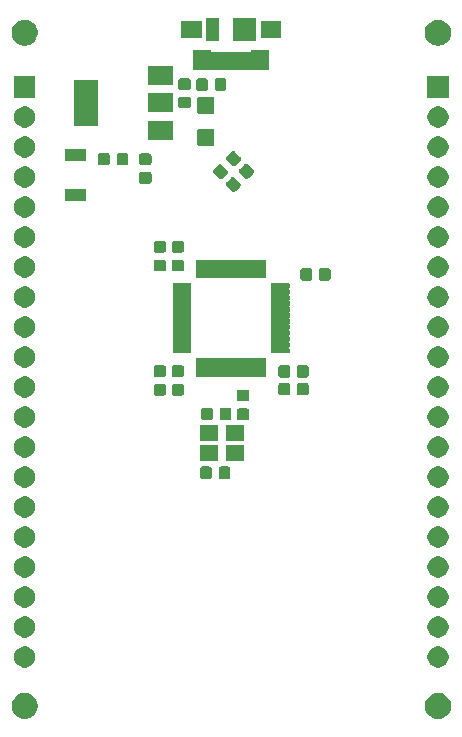
<source format=gts>
G04 #@! TF.GenerationSoftware,KiCad,Pcbnew,(5.1.5)-3*
G04 #@! TF.CreationDate,2020-02-15T00:19:20-08:00*
G04 #@! TF.ProjectId,SimpleF303,53696d70-6c65-4463-9330-332e6b696361,0.1*
G04 #@! TF.SameCoordinates,Original*
G04 #@! TF.FileFunction,Soldermask,Top*
G04 #@! TF.FilePolarity,Negative*
%FSLAX46Y46*%
G04 Gerber Fmt 4.6, Leading zero omitted, Abs format (unit mm)*
G04 Created by KiCad (PCBNEW (5.1.5)-3) date 2020-02-15 00:19:20*
%MOMM*%
%LPD*%
G04 APERTURE LIST*
%ADD10C,0.100000*%
G04 APERTURE END LIST*
D10*
G36*
X146114794Y-170870155D02*
G01*
X146221150Y-170891311D01*
X146421520Y-170974307D01*
X146601844Y-171094795D01*
X146755205Y-171248156D01*
X146875693Y-171428480D01*
X146958689Y-171628851D01*
X147001000Y-171841560D01*
X147001000Y-172058440D01*
X146958689Y-172271149D01*
X146875693Y-172471520D01*
X146755205Y-172651844D01*
X146601844Y-172805205D01*
X146421520Y-172925693D01*
X146321334Y-172967191D01*
X146221150Y-173008689D01*
X146114795Y-173029844D01*
X146008440Y-173051000D01*
X145791560Y-173051000D01*
X145685205Y-173029844D01*
X145578850Y-173008689D01*
X145478666Y-172967191D01*
X145378480Y-172925693D01*
X145198156Y-172805205D01*
X145044795Y-172651844D01*
X144924307Y-172471520D01*
X144841311Y-172271149D01*
X144799000Y-172058440D01*
X144799000Y-171841560D01*
X144841311Y-171628851D01*
X144924307Y-171428480D01*
X145044795Y-171248156D01*
X145198156Y-171094795D01*
X145378480Y-170974307D01*
X145478666Y-170932809D01*
X145578850Y-170891311D01*
X145685206Y-170870155D01*
X145791560Y-170849000D01*
X146008440Y-170849000D01*
X146114794Y-170870155D01*
G37*
G36*
X111114794Y-170870155D02*
G01*
X111221150Y-170891311D01*
X111421520Y-170974307D01*
X111601844Y-171094795D01*
X111755205Y-171248156D01*
X111875693Y-171428480D01*
X111958689Y-171628851D01*
X112001000Y-171841560D01*
X112001000Y-172058440D01*
X111958689Y-172271149D01*
X111875693Y-172471520D01*
X111755205Y-172651844D01*
X111601844Y-172805205D01*
X111421520Y-172925693D01*
X111321334Y-172967191D01*
X111221150Y-173008689D01*
X111114795Y-173029844D01*
X111008440Y-173051000D01*
X110791560Y-173051000D01*
X110685205Y-173029844D01*
X110578850Y-173008689D01*
X110478666Y-172967191D01*
X110378480Y-172925693D01*
X110198156Y-172805205D01*
X110044795Y-172651844D01*
X109924307Y-172471520D01*
X109841311Y-172271149D01*
X109799000Y-172058440D01*
X109799000Y-171841560D01*
X109841311Y-171628851D01*
X109924307Y-171428480D01*
X110044795Y-171248156D01*
X110198156Y-171094795D01*
X110378480Y-170974307D01*
X110578850Y-170891311D01*
X110685206Y-170870155D01*
X110791560Y-170849000D01*
X111008440Y-170849000D01*
X111114794Y-170870155D01*
G37*
G36*
X146013512Y-166913927D02*
G01*
X146162812Y-166943624D01*
X146326784Y-167011544D01*
X146474354Y-167110147D01*
X146599853Y-167235646D01*
X146698456Y-167383216D01*
X146766376Y-167547188D01*
X146801000Y-167721259D01*
X146801000Y-167898741D01*
X146766376Y-168072812D01*
X146698456Y-168236784D01*
X146599853Y-168384354D01*
X146474354Y-168509853D01*
X146326784Y-168608456D01*
X146162812Y-168676376D01*
X146013512Y-168706073D01*
X145988742Y-168711000D01*
X145811258Y-168711000D01*
X145786488Y-168706073D01*
X145637188Y-168676376D01*
X145473216Y-168608456D01*
X145325646Y-168509853D01*
X145200147Y-168384354D01*
X145101544Y-168236784D01*
X145033624Y-168072812D01*
X144999000Y-167898741D01*
X144999000Y-167721259D01*
X145033624Y-167547188D01*
X145101544Y-167383216D01*
X145200147Y-167235646D01*
X145325646Y-167110147D01*
X145473216Y-167011544D01*
X145637188Y-166943624D01*
X145786488Y-166913927D01*
X145811258Y-166909000D01*
X145988742Y-166909000D01*
X146013512Y-166913927D01*
G37*
G36*
X111013512Y-166913927D02*
G01*
X111162812Y-166943624D01*
X111326784Y-167011544D01*
X111474354Y-167110147D01*
X111599853Y-167235646D01*
X111698456Y-167383216D01*
X111766376Y-167547188D01*
X111801000Y-167721259D01*
X111801000Y-167898741D01*
X111766376Y-168072812D01*
X111698456Y-168236784D01*
X111599853Y-168384354D01*
X111474354Y-168509853D01*
X111326784Y-168608456D01*
X111162812Y-168676376D01*
X111013512Y-168706073D01*
X110988742Y-168711000D01*
X110811258Y-168711000D01*
X110786488Y-168706073D01*
X110637188Y-168676376D01*
X110473216Y-168608456D01*
X110325646Y-168509853D01*
X110200147Y-168384354D01*
X110101544Y-168236784D01*
X110033624Y-168072812D01*
X109999000Y-167898741D01*
X109999000Y-167721259D01*
X110033624Y-167547188D01*
X110101544Y-167383216D01*
X110200147Y-167235646D01*
X110325646Y-167110147D01*
X110473216Y-167011544D01*
X110637188Y-166943624D01*
X110786488Y-166913927D01*
X110811258Y-166909000D01*
X110988742Y-166909000D01*
X111013512Y-166913927D01*
G37*
G36*
X111013512Y-164373927D02*
G01*
X111162812Y-164403624D01*
X111326784Y-164471544D01*
X111474354Y-164570147D01*
X111599853Y-164695646D01*
X111698456Y-164843216D01*
X111766376Y-165007188D01*
X111801000Y-165181259D01*
X111801000Y-165358741D01*
X111766376Y-165532812D01*
X111698456Y-165696784D01*
X111599853Y-165844354D01*
X111474354Y-165969853D01*
X111326784Y-166068456D01*
X111162812Y-166136376D01*
X111013512Y-166166073D01*
X110988742Y-166171000D01*
X110811258Y-166171000D01*
X110786488Y-166166073D01*
X110637188Y-166136376D01*
X110473216Y-166068456D01*
X110325646Y-165969853D01*
X110200147Y-165844354D01*
X110101544Y-165696784D01*
X110033624Y-165532812D01*
X109999000Y-165358741D01*
X109999000Y-165181259D01*
X110033624Y-165007188D01*
X110101544Y-164843216D01*
X110200147Y-164695646D01*
X110325646Y-164570147D01*
X110473216Y-164471544D01*
X110637188Y-164403624D01*
X110786488Y-164373927D01*
X110811258Y-164369000D01*
X110988742Y-164369000D01*
X111013512Y-164373927D01*
G37*
G36*
X146013512Y-164373927D02*
G01*
X146162812Y-164403624D01*
X146326784Y-164471544D01*
X146474354Y-164570147D01*
X146599853Y-164695646D01*
X146698456Y-164843216D01*
X146766376Y-165007188D01*
X146801000Y-165181259D01*
X146801000Y-165358741D01*
X146766376Y-165532812D01*
X146698456Y-165696784D01*
X146599853Y-165844354D01*
X146474354Y-165969853D01*
X146326784Y-166068456D01*
X146162812Y-166136376D01*
X146013512Y-166166073D01*
X145988742Y-166171000D01*
X145811258Y-166171000D01*
X145786488Y-166166073D01*
X145637188Y-166136376D01*
X145473216Y-166068456D01*
X145325646Y-165969853D01*
X145200147Y-165844354D01*
X145101544Y-165696784D01*
X145033624Y-165532812D01*
X144999000Y-165358741D01*
X144999000Y-165181259D01*
X145033624Y-165007188D01*
X145101544Y-164843216D01*
X145200147Y-164695646D01*
X145325646Y-164570147D01*
X145473216Y-164471544D01*
X145637188Y-164403624D01*
X145786488Y-164373927D01*
X145811258Y-164369000D01*
X145988742Y-164369000D01*
X146013512Y-164373927D01*
G37*
G36*
X146013512Y-161833927D02*
G01*
X146162812Y-161863624D01*
X146326784Y-161931544D01*
X146474354Y-162030147D01*
X146599853Y-162155646D01*
X146698456Y-162303216D01*
X146766376Y-162467188D01*
X146801000Y-162641259D01*
X146801000Y-162818741D01*
X146766376Y-162992812D01*
X146698456Y-163156784D01*
X146599853Y-163304354D01*
X146474354Y-163429853D01*
X146326784Y-163528456D01*
X146162812Y-163596376D01*
X146013512Y-163626073D01*
X145988742Y-163631000D01*
X145811258Y-163631000D01*
X145786488Y-163626073D01*
X145637188Y-163596376D01*
X145473216Y-163528456D01*
X145325646Y-163429853D01*
X145200147Y-163304354D01*
X145101544Y-163156784D01*
X145033624Y-162992812D01*
X144999000Y-162818741D01*
X144999000Y-162641259D01*
X145033624Y-162467188D01*
X145101544Y-162303216D01*
X145200147Y-162155646D01*
X145325646Y-162030147D01*
X145473216Y-161931544D01*
X145637188Y-161863624D01*
X145786488Y-161833927D01*
X145811258Y-161829000D01*
X145988742Y-161829000D01*
X146013512Y-161833927D01*
G37*
G36*
X111013512Y-161833927D02*
G01*
X111162812Y-161863624D01*
X111326784Y-161931544D01*
X111474354Y-162030147D01*
X111599853Y-162155646D01*
X111698456Y-162303216D01*
X111766376Y-162467188D01*
X111801000Y-162641259D01*
X111801000Y-162818741D01*
X111766376Y-162992812D01*
X111698456Y-163156784D01*
X111599853Y-163304354D01*
X111474354Y-163429853D01*
X111326784Y-163528456D01*
X111162812Y-163596376D01*
X111013512Y-163626073D01*
X110988742Y-163631000D01*
X110811258Y-163631000D01*
X110786488Y-163626073D01*
X110637188Y-163596376D01*
X110473216Y-163528456D01*
X110325646Y-163429853D01*
X110200147Y-163304354D01*
X110101544Y-163156784D01*
X110033624Y-162992812D01*
X109999000Y-162818741D01*
X109999000Y-162641259D01*
X110033624Y-162467188D01*
X110101544Y-162303216D01*
X110200147Y-162155646D01*
X110325646Y-162030147D01*
X110473216Y-161931544D01*
X110637188Y-161863624D01*
X110786488Y-161833927D01*
X110811258Y-161829000D01*
X110988742Y-161829000D01*
X111013512Y-161833927D01*
G37*
G36*
X146013512Y-159293927D02*
G01*
X146162812Y-159323624D01*
X146326784Y-159391544D01*
X146474354Y-159490147D01*
X146599853Y-159615646D01*
X146698456Y-159763216D01*
X146766376Y-159927188D01*
X146801000Y-160101259D01*
X146801000Y-160278741D01*
X146766376Y-160452812D01*
X146698456Y-160616784D01*
X146599853Y-160764354D01*
X146474354Y-160889853D01*
X146326784Y-160988456D01*
X146162812Y-161056376D01*
X146013512Y-161086073D01*
X145988742Y-161091000D01*
X145811258Y-161091000D01*
X145786488Y-161086073D01*
X145637188Y-161056376D01*
X145473216Y-160988456D01*
X145325646Y-160889853D01*
X145200147Y-160764354D01*
X145101544Y-160616784D01*
X145033624Y-160452812D01*
X144999000Y-160278741D01*
X144999000Y-160101259D01*
X145033624Y-159927188D01*
X145101544Y-159763216D01*
X145200147Y-159615646D01*
X145325646Y-159490147D01*
X145473216Y-159391544D01*
X145637188Y-159323624D01*
X145786488Y-159293927D01*
X145811258Y-159289000D01*
X145988742Y-159289000D01*
X146013512Y-159293927D01*
G37*
G36*
X111013512Y-159293927D02*
G01*
X111162812Y-159323624D01*
X111326784Y-159391544D01*
X111474354Y-159490147D01*
X111599853Y-159615646D01*
X111698456Y-159763216D01*
X111766376Y-159927188D01*
X111801000Y-160101259D01*
X111801000Y-160278741D01*
X111766376Y-160452812D01*
X111698456Y-160616784D01*
X111599853Y-160764354D01*
X111474354Y-160889853D01*
X111326784Y-160988456D01*
X111162812Y-161056376D01*
X111013512Y-161086073D01*
X110988742Y-161091000D01*
X110811258Y-161091000D01*
X110786488Y-161086073D01*
X110637188Y-161056376D01*
X110473216Y-160988456D01*
X110325646Y-160889853D01*
X110200147Y-160764354D01*
X110101544Y-160616784D01*
X110033624Y-160452812D01*
X109999000Y-160278741D01*
X109999000Y-160101259D01*
X110033624Y-159927188D01*
X110101544Y-159763216D01*
X110200147Y-159615646D01*
X110325646Y-159490147D01*
X110473216Y-159391544D01*
X110637188Y-159323624D01*
X110786488Y-159293927D01*
X110811258Y-159289000D01*
X110988742Y-159289000D01*
X111013512Y-159293927D01*
G37*
G36*
X111013512Y-156753927D02*
G01*
X111162812Y-156783624D01*
X111326784Y-156851544D01*
X111474354Y-156950147D01*
X111599853Y-157075646D01*
X111698456Y-157223216D01*
X111766376Y-157387188D01*
X111801000Y-157561259D01*
X111801000Y-157738741D01*
X111766376Y-157912812D01*
X111698456Y-158076784D01*
X111599853Y-158224354D01*
X111474354Y-158349853D01*
X111326784Y-158448456D01*
X111162812Y-158516376D01*
X111013512Y-158546073D01*
X110988742Y-158551000D01*
X110811258Y-158551000D01*
X110786488Y-158546073D01*
X110637188Y-158516376D01*
X110473216Y-158448456D01*
X110325646Y-158349853D01*
X110200147Y-158224354D01*
X110101544Y-158076784D01*
X110033624Y-157912812D01*
X109999000Y-157738741D01*
X109999000Y-157561259D01*
X110033624Y-157387188D01*
X110101544Y-157223216D01*
X110200147Y-157075646D01*
X110325646Y-156950147D01*
X110473216Y-156851544D01*
X110637188Y-156783624D01*
X110786488Y-156753927D01*
X110811258Y-156749000D01*
X110988742Y-156749000D01*
X111013512Y-156753927D01*
G37*
G36*
X146013512Y-156753927D02*
G01*
X146162812Y-156783624D01*
X146326784Y-156851544D01*
X146474354Y-156950147D01*
X146599853Y-157075646D01*
X146698456Y-157223216D01*
X146766376Y-157387188D01*
X146801000Y-157561259D01*
X146801000Y-157738741D01*
X146766376Y-157912812D01*
X146698456Y-158076784D01*
X146599853Y-158224354D01*
X146474354Y-158349853D01*
X146326784Y-158448456D01*
X146162812Y-158516376D01*
X146013512Y-158546073D01*
X145988742Y-158551000D01*
X145811258Y-158551000D01*
X145786488Y-158546073D01*
X145637188Y-158516376D01*
X145473216Y-158448456D01*
X145325646Y-158349853D01*
X145200147Y-158224354D01*
X145101544Y-158076784D01*
X145033624Y-157912812D01*
X144999000Y-157738741D01*
X144999000Y-157561259D01*
X145033624Y-157387188D01*
X145101544Y-157223216D01*
X145200147Y-157075646D01*
X145325646Y-156950147D01*
X145473216Y-156851544D01*
X145637188Y-156783624D01*
X145786488Y-156753927D01*
X145811258Y-156749000D01*
X145988742Y-156749000D01*
X146013512Y-156753927D01*
G37*
G36*
X146013512Y-154213927D02*
G01*
X146162812Y-154243624D01*
X146326784Y-154311544D01*
X146474354Y-154410147D01*
X146599853Y-154535646D01*
X146698456Y-154683216D01*
X146766376Y-154847188D01*
X146801000Y-155021259D01*
X146801000Y-155198741D01*
X146766376Y-155372812D01*
X146698456Y-155536784D01*
X146599853Y-155684354D01*
X146474354Y-155809853D01*
X146326784Y-155908456D01*
X146162812Y-155976376D01*
X146013512Y-156006073D01*
X145988742Y-156011000D01*
X145811258Y-156011000D01*
X145786488Y-156006073D01*
X145637188Y-155976376D01*
X145473216Y-155908456D01*
X145325646Y-155809853D01*
X145200147Y-155684354D01*
X145101544Y-155536784D01*
X145033624Y-155372812D01*
X144999000Y-155198741D01*
X144999000Y-155021259D01*
X145033624Y-154847188D01*
X145101544Y-154683216D01*
X145200147Y-154535646D01*
X145325646Y-154410147D01*
X145473216Y-154311544D01*
X145637188Y-154243624D01*
X145786488Y-154213927D01*
X145811258Y-154209000D01*
X145988742Y-154209000D01*
X146013512Y-154213927D01*
G37*
G36*
X111013512Y-154213927D02*
G01*
X111162812Y-154243624D01*
X111326784Y-154311544D01*
X111474354Y-154410147D01*
X111599853Y-154535646D01*
X111698456Y-154683216D01*
X111766376Y-154847188D01*
X111801000Y-155021259D01*
X111801000Y-155198741D01*
X111766376Y-155372812D01*
X111698456Y-155536784D01*
X111599853Y-155684354D01*
X111474354Y-155809853D01*
X111326784Y-155908456D01*
X111162812Y-155976376D01*
X111013512Y-156006073D01*
X110988742Y-156011000D01*
X110811258Y-156011000D01*
X110786488Y-156006073D01*
X110637188Y-155976376D01*
X110473216Y-155908456D01*
X110325646Y-155809853D01*
X110200147Y-155684354D01*
X110101544Y-155536784D01*
X110033624Y-155372812D01*
X109999000Y-155198741D01*
X109999000Y-155021259D01*
X110033624Y-154847188D01*
X110101544Y-154683216D01*
X110200147Y-154535646D01*
X110325646Y-154410147D01*
X110473216Y-154311544D01*
X110637188Y-154243624D01*
X110786488Y-154213927D01*
X110811258Y-154209000D01*
X110988742Y-154209000D01*
X111013512Y-154213927D01*
G37*
G36*
X111013512Y-151673927D02*
G01*
X111162812Y-151703624D01*
X111326784Y-151771544D01*
X111474354Y-151870147D01*
X111599853Y-151995646D01*
X111698456Y-152143216D01*
X111766376Y-152307188D01*
X111801000Y-152481259D01*
X111801000Y-152658741D01*
X111766376Y-152832812D01*
X111698456Y-152996784D01*
X111599853Y-153144354D01*
X111474354Y-153269853D01*
X111326784Y-153368456D01*
X111162812Y-153436376D01*
X111013512Y-153466073D01*
X110988742Y-153471000D01*
X110811258Y-153471000D01*
X110786488Y-153466073D01*
X110637188Y-153436376D01*
X110473216Y-153368456D01*
X110325646Y-153269853D01*
X110200147Y-153144354D01*
X110101544Y-152996784D01*
X110033624Y-152832812D01*
X109999000Y-152658741D01*
X109999000Y-152481259D01*
X110033624Y-152307188D01*
X110101544Y-152143216D01*
X110200147Y-151995646D01*
X110325646Y-151870147D01*
X110473216Y-151771544D01*
X110637188Y-151703624D01*
X110786488Y-151673927D01*
X110811258Y-151669000D01*
X110988742Y-151669000D01*
X111013512Y-151673927D01*
G37*
G36*
X146013512Y-151673927D02*
G01*
X146162812Y-151703624D01*
X146326784Y-151771544D01*
X146474354Y-151870147D01*
X146599853Y-151995646D01*
X146698456Y-152143216D01*
X146766376Y-152307188D01*
X146801000Y-152481259D01*
X146801000Y-152658741D01*
X146766376Y-152832812D01*
X146698456Y-152996784D01*
X146599853Y-153144354D01*
X146474354Y-153269853D01*
X146326784Y-153368456D01*
X146162812Y-153436376D01*
X146013512Y-153466073D01*
X145988742Y-153471000D01*
X145811258Y-153471000D01*
X145786488Y-153466073D01*
X145637188Y-153436376D01*
X145473216Y-153368456D01*
X145325646Y-153269853D01*
X145200147Y-153144354D01*
X145101544Y-152996784D01*
X145033624Y-152832812D01*
X144999000Y-152658741D01*
X144999000Y-152481259D01*
X145033624Y-152307188D01*
X145101544Y-152143216D01*
X145200147Y-151995646D01*
X145325646Y-151870147D01*
X145473216Y-151771544D01*
X145637188Y-151703624D01*
X145786488Y-151673927D01*
X145811258Y-151669000D01*
X145988742Y-151669000D01*
X146013512Y-151673927D01*
G37*
G36*
X128169591Y-151688085D02*
G01*
X128203569Y-151698393D01*
X128234890Y-151715134D01*
X128262339Y-151737661D01*
X128284866Y-151765110D01*
X128301607Y-151796431D01*
X128311915Y-151830409D01*
X128316000Y-151871890D01*
X128316000Y-152548110D01*
X128311915Y-152589591D01*
X128301607Y-152623569D01*
X128284866Y-152654890D01*
X128262339Y-152682339D01*
X128234890Y-152704866D01*
X128203569Y-152721607D01*
X128169591Y-152731915D01*
X128128110Y-152736000D01*
X127526890Y-152736000D01*
X127485409Y-152731915D01*
X127451431Y-152721607D01*
X127420110Y-152704866D01*
X127392661Y-152682339D01*
X127370134Y-152654890D01*
X127353393Y-152623569D01*
X127343085Y-152589591D01*
X127339000Y-152548110D01*
X127339000Y-151871890D01*
X127343085Y-151830409D01*
X127353393Y-151796431D01*
X127370134Y-151765110D01*
X127392661Y-151737661D01*
X127420110Y-151715134D01*
X127451431Y-151698393D01*
X127485409Y-151688085D01*
X127526890Y-151684000D01*
X128128110Y-151684000D01*
X128169591Y-151688085D01*
G37*
G36*
X126594591Y-151688085D02*
G01*
X126628569Y-151698393D01*
X126659890Y-151715134D01*
X126687339Y-151737661D01*
X126709866Y-151765110D01*
X126726607Y-151796431D01*
X126736915Y-151830409D01*
X126741000Y-151871890D01*
X126741000Y-152548110D01*
X126736915Y-152589591D01*
X126726607Y-152623569D01*
X126709866Y-152654890D01*
X126687339Y-152682339D01*
X126659890Y-152704866D01*
X126628569Y-152721607D01*
X126594591Y-152731915D01*
X126553110Y-152736000D01*
X125951890Y-152736000D01*
X125910409Y-152731915D01*
X125876431Y-152721607D01*
X125845110Y-152704866D01*
X125817661Y-152682339D01*
X125795134Y-152654890D01*
X125778393Y-152623569D01*
X125768085Y-152589591D01*
X125764000Y-152548110D01*
X125764000Y-151871890D01*
X125768085Y-151830409D01*
X125778393Y-151796431D01*
X125795134Y-151765110D01*
X125817661Y-151737661D01*
X125845110Y-151715134D01*
X125876431Y-151698393D01*
X125910409Y-151688085D01*
X125951890Y-151684000D01*
X126553110Y-151684000D01*
X126594591Y-151688085D01*
G37*
G36*
X127261000Y-151201000D02*
G01*
X125759000Y-151201000D01*
X125759000Y-149899000D01*
X127261000Y-149899000D01*
X127261000Y-151201000D01*
G37*
G36*
X129461000Y-151201000D02*
G01*
X127959000Y-151201000D01*
X127959000Y-149899000D01*
X129461000Y-149899000D01*
X129461000Y-151201000D01*
G37*
G36*
X111013512Y-149133927D02*
G01*
X111162812Y-149163624D01*
X111326784Y-149231544D01*
X111474354Y-149330147D01*
X111599853Y-149455646D01*
X111698456Y-149603216D01*
X111766376Y-149767188D01*
X111801000Y-149941259D01*
X111801000Y-150118741D01*
X111766376Y-150292812D01*
X111698456Y-150456784D01*
X111599853Y-150604354D01*
X111474354Y-150729853D01*
X111326784Y-150828456D01*
X111162812Y-150896376D01*
X111013512Y-150926073D01*
X110988742Y-150931000D01*
X110811258Y-150931000D01*
X110786488Y-150926073D01*
X110637188Y-150896376D01*
X110473216Y-150828456D01*
X110325646Y-150729853D01*
X110200147Y-150604354D01*
X110101544Y-150456784D01*
X110033624Y-150292812D01*
X109999000Y-150118741D01*
X109999000Y-149941259D01*
X110033624Y-149767188D01*
X110101544Y-149603216D01*
X110200147Y-149455646D01*
X110325646Y-149330147D01*
X110473216Y-149231544D01*
X110637188Y-149163624D01*
X110786488Y-149133927D01*
X110811258Y-149129000D01*
X110988742Y-149129000D01*
X111013512Y-149133927D01*
G37*
G36*
X146013512Y-149133927D02*
G01*
X146162812Y-149163624D01*
X146326784Y-149231544D01*
X146474354Y-149330147D01*
X146599853Y-149455646D01*
X146698456Y-149603216D01*
X146766376Y-149767188D01*
X146801000Y-149941259D01*
X146801000Y-150118741D01*
X146766376Y-150292812D01*
X146698456Y-150456784D01*
X146599853Y-150604354D01*
X146474354Y-150729853D01*
X146326784Y-150828456D01*
X146162812Y-150896376D01*
X146013512Y-150926073D01*
X145988742Y-150931000D01*
X145811258Y-150931000D01*
X145786488Y-150926073D01*
X145637188Y-150896376D01*
X145473216Y-150828456D01*
X145325646Y-150729853D01*
X145200147Y-150604354D01*
X145101544Y-150456784D01*
X145033624Y-150292812D01*
X144999000Y-150118741D01*
X144999000Y-149941259D01*
X145033624Y-149767188D01*
X145101544Y-149603216D01*
X145200147Y-149455646D01*
X145325646Y-149330147D01*
X145473216Y-149231544D01*
X145637188Y-149163624D01*
X145786488Y-149133927D01*
X145811258Y-149129000D01*
X145988742Y-149129000D01*
X146013512Y-149133927D01*
G37*
G36*
X129461000Y-149501000D02*
G01*
X127959000Y-149501000D01*
X127959000Y-148199000D01*
X129461000Y-148199000D01*
X129461000Y-149501000D01*
G37*
G36*
X127261000Y-149501000D02*
G01*
X125759000Y-149501000D01*
X125759000Y-148199000D01*
X127261000Y-148199000D01*
X127261000Y-149501000D01*
G37*
G36*
X111013512Y-146593927D02*
G01*
X111162812Y-146623624D01*
X111326784Y-146691544D01*
X111474354Y-146790147D01*
X111599853Y-146915646D01*
X111698456Y-147063216D01*
X111766376Y-147227188D01*
X111801000Y-147401259D01*
X111801000Y-147578741D01*
X111766376Y-147752812D01*
X111698456Y-147916784D01*
X111599853Y-148064354D01*
X111474354Y-148189853D01*
X111326784Y-148288456D01*
X111162812Y-148356376D01*
X111013512Y-148386073D01*
X110988742Y-148391000D01*
X110811258Y-148391000D01*
X110786488Y-148386073D01*
X110637188Y-148356376D01*
X110473216Y-148288456D01*
X110325646Y-148189853D01*
X110200147Y-148064354D01*
X110101544Y-147916784D01*
X110033624Y-147752812D01*
X109999000Y-147578741D01*
X109999000Y-147401259D01*
X110033624Y-147227188D01*
X110101544Y-147063216D01*
X110200147Y-146915646D01*
X110325646Y-146790147D01*
X110473216Y-146691544D01*
X110637188Y-146623624D01*
X110786488Y-146593927D01*
X110811258Y-146589000D01*
X110988742Y-146589000D01*
X111013512Y-146593927D01*
G37*
G36*
X146013512Y-146593927D02*
G01*
X146162812Y-146623624D01*
X146326784Y-146691544D01*
X146474354Y-146790147D01*
X146599853Y-146915646D01*
X146698456Y-147063216D01*
X146766376Y-147227188D01*
X146801000Y-147401259D01*
X146801000Y-147578741D01*
X146766376Y-147752812D01*
X146698456Y-147916784D01*
X146599853Y-148064354D01*
X146474354Y-148189853D01*
X146326784Y-148288456D01*
X146162812Y-148356376D01*
X146013512Y-148386073D01*
X145988742Y-148391000D01*
X145811258Y-148391000D01*
X145786488Y-148386073D01*
X145637188Y-148356376D01*
X145473216Y-148288456D01*
X145325646Y-148189853D01*
X145200147Y-148064354D01*
X145101544Y-147916784D01*
X145033624Y-147752812D01*
X144999000Y-147578741D01*
X144999000Y-147401259D01*
X145033624Y-147227188D01*
X145101544Y-147063216D01*
X145200147Y-146915646D01*
X145325646Y-146790147D01*
X145473216Y-146691544D01*
X145637188Y-146623624D01*
X145786488Y-146593927D01*
X145811258Y-146589000D01*
X145988742Y-146589000D01*
X146013512Y-146593927D01*
G37*
G36*
X128259591Y-146698085D02*
G01*
X128293569Y-146708393D01*
X128324890Y-146725134D01*
X128352339Y-146747661D01*
X128374866Y-146775110D01*
X128391607Y-146806431D01*
X128401915Y-146840409D01*
X128406000Y-146881890D01*
X128406000Y-147558110D01*
X128401915Y-147599591D01*
X128391607Y-147633569D01*
X128374866Y-147664890D01*
X128352339Y-147692339D01*
X128324890Y-147714866D01*
X128293569Y-147731607D01*
X128259591Y-147741915D01*
X128218110Y-147746000D01*
X127616890Y-147746000D01*
X127575409Y-147741915D01*
X127541431Y-147731607D01*
X127510110Y-147714866D01*
X127482661Y-147692339D01*
X127460134Y-147664890D01*
X127443393Y-147633569D01*
X127433085Y-147599591D01*
X127429000Y-147558110D01*
X127429000Y-146881890D01*
X127433085Y-146840409D01*
X127443393Y-146806431D01*
X127460134Y-146775110D01*
X127482661Y-146747661D01*
X127510110Y-146725134D01*
X127541431Y-146708393D01*
X127575409Y-146698085D01*
X127616890Y-146694000D01*
X128218110Y-146694000D01*
X128259591Y-146698085D01*
G37*
G36*
X126684591Y-146698085D02*
G01*
X126718569Y-146708393D01*
X126749890Y-146725134D01*
X126777339Y-146747661D01*
X126799866Y-146775110D01*
X126816607Y-146806431D01*
X126826915Y-146840409D01*
X126831000Y-146881890D01*
X126831000Y-147558110D01*
X126826915Y-147599591D01*
X126816607Y-147633569D01*
X126799866Y-147664890D01*
X126777339Y-147692339D01*
X126749890Y-147714866D01*
X126718569Y-147731607D01*
X126684591Y-147741915D01*
X126643110Y-147746000D01*
X126041890Y-147746000D01*
X126000409Y-147741915D01*
X125966431Y-147731607D01*
X125935110Y-147714866D01*
X125907661Y-147692339D01*
X125885134Y-147664890D01*
X125868393Y-147633569D01*
X125858085Y-147599591D01*
X125854000Y-147558110D01*
X125854000Y-146881890D01*
X125858085Y-146840409D01*
X125868393Y-146806431D01*
X125885134Y-146775110D01*
X125907661Y-146747661D01*
X125935110Y-146725134D01*
X125966431Y-146708393D01*
X126000409Y-146698085D01*
X126041890Y-146694000D01*
X126643110Y-146694000D01*
X126684591Y-146698085D01*
G37*
G36*
X129769591Y-146773085D02*
G01*
X129803569Y-146783393D01*
X129834890Y-146800134D01*
X129862339Y-146822661D01*
X129884866Y-146850110D01*
X129901607Y-146881431D01*
X129911915Y-146915409D01*
X129916000Y-146956890D01*
X129916000Y-147558110D01*
X129911915Y-147599591D01*
X129901607Y-147633569D01*
X129884866Y-147664890D01*
X129862339Y-147692339D01*
X129834890Y-147714866D01*
X129803569Y-147731607D01*
X129769591Y-147741915D01*
X129728110Y-147746000D01*
X129051890Y-147746000D01*
X129010409Y-147741915D01*
X128976431Y-147731607D01*
X128945110Y-147714866D01*
X128917661Y-147692339D01*
X128895134Y-147664890D01*
X128878393Y-147633569D01*
X128868085Y-147599591D01*
X128864000Y-147558110D01*
X128864000Y-146956890D01*
X128868085Y-146915409D01*
X128878393Y-146881431D01*
X128895134Y-146850110D01*
X128917661Y-146822661D01*
X128945110Y-146800134D01*
X128976431Y-146783393D01*
X129010409Y-146773085D01*
X129051890Y-146769000D01*
X129728110Y-146769000D01*
X129769591Y-146773085D01*
G37*
G36*
X129769591Y-145198085D02*
G01*
X129803569Y-145208393D01*
X129834890Y-145225134D01*
X129862339Y-145247661D01*
X129884866Y-145275110D01*
X129901607Y-145306431D01*
X129911915Y-145340409D01*
X129916000Y-145381890D01*
X129916000Y-145983110D01*
X129911915Y-146024591D01*
X129901607Y-146058569D01*
X129884866Y-146089890D01*
X129862339Y-146117339D01*
X129834890Y-146139866D01*
X129803569Y-146156607D01*
X129769591Y-146166915D01*
X129728110Y-146171000D01*
X129051890Y-146171000D01*
X129010409Y-146166915D01*
X128976431Y-146156607D01*
X128945110Y-146139866D01*
X128917661Y-146117339D01*
X128895134Y-146089890D01*
X128878393Y-146058569D01*
X128868085Y-146024591D01*
X128864000Y-145983110D01*
X128864000Y-145381890D01*
X128868085Y-145340409D01*
X128878393Y-145306431D01*
X128895134Y-145275110D01*
X128917661Y-145247661D01*
X128945110Y-145225134D01*
X128976431Y-145208393D01*
X129010409Y-145198085D01*
X129051890Y-145194000D01*
X129728110Y-145194000D01*
X129769591Y-145198085D01*
G37*
G36*
X146013512Y-144053927D02*
G01*
X146162812Y-144083624D01*
X146326784Y-144151544D01*
X146474354Y-144250147D01*
X146599853Y-144375646D01*
X146698456Y-144523216D01*
X146766376Y-144687188D01*
X146789191Y-144801890D01*
X146800402Y-144858250D01*
X146801000Y-144861259D01*
X146801000Y-145038741D01*
X146766376Y-145212812D01*
X146698456Y-145376784D01*
X146599853Y-145524354D01*
X146474354Y-145649853D01*
X146326784Y-145748456D01*
X146162812Y-145816376D01*
X146013512Y-145846073D01*
X145988742Y-145851000D01*
X145811258Y-145851000D01*
X145786488Y-145846073D01*
X145637188Y-145816376D01*
X145473216Y-145748456D01*
X145325646Y-145649853D01*
X145200147Y-145524354D01*
X145101544Y-145376784D01*
X145033624Y-145212812D01*
X144999000Y-145038741D01*
X144999000Y-144861259D01*
X144999599Y-144858250D01*
X145010809Y-144801890D01*
X145033624Y-144687188D01*
X145101544Y-144523216D01*
X145200147Y-144375646D01*
X145325646Y-144250147D01*
X145473216Y-144151544D01*
X145637188Y-144083624D01*
X145786488Y-144053927D01*
X145811258Y-144049000D01*
X145988742Y-144049000D01*
X146013512Y-144053927D01*
G37*
G36*
X111013512Y-144053927D02*
G01*
X111162812Y-144083624D01*
X111326784Y-144151544D01*
X111474354Y-144250147D01*
X111599853Y-144375646D01*
X111698456Y-144523216D01*
X111766376Y-144687188D01*
X111789191Y-144801890D01*
X111800402Y-144858250D01*
X111801000Y-144861259D01*
X111801000Y-145038741D01*
X111766376Y-145212812D01*
X111698456Y-145376784D01*
X111599853Y-145524354D01*
X111474354Y-145649853D01*
X111326784Y-145748456D01*
X111162812Y-145816376D01*
X111013512Y-145846073D01*
X110988742Y-145851000D01*
X110811258Y-145851000D01*
X110786488Y-145846073D01*
X110637188Y-145816376D01*
X110473216Y-145748456D01*
X110325646Y-145649853D01*
X110200147Y-145524354D01*
X110101544Y-145376784D01*
X110033624Y-145212812D01*
X109999000Y-145038741D01*
X109999000Y-144861259D01*
X109999599Y-144858250D01*
X110010809Y-144801890D01*
X110033624Y-144687188D01*
X110101544Y-144523216D01*
X110200147Y-144375646D01*
X110325646Y-144250147D01*
X110473216Y-144151544D01*
X110637188Y-144083624D01*
X110786488Y-144053927D01*
X110811258Y-144049000D01*
X110988742Y-144049000D01*
X111013512Y-144053927D01*
G37*
G36*
X122729591Y-144703085D02*
G01*
X122763569Y-144713393D01*
X122794890Y-144730134D01*
X122822339Y-144752661D01*
X122844866Y-144780110D01*
X122861607Y-144811431D01*
X122871915Y-144845409D01*
X122876000Y-144886890D01*
X122876000Y-145488110D01*
X122871915Y-145529591D01*
X122861607Y-145563569D01*
X122844866Y-145594890D01*
X122822339Y-145622339D01*
X122794890Y-145644866D01*
X122763569Y-145661607D01*
X122729591Y-145671915D01*
X122688110Y-145676000D01*
X122011890Y-145676000D01*
X121970409Y-145671915D01*
X121936431Y-145661607D01*
X121905110Y-145644866D01*
X121877661Y-145622339D01*
X121855134Y-145594890D01*
X121838393Y-145563569D01*
X121828085Y-145529591D01*
X121824000Y-145488110D01*
X121824000Y-144886890D01*
X121828085Y-144845409D01*
X121838393Y-144811431D01*
X121855134Y-144780110D01*
X121877661Y-144752661D01*
X121905110Y-144730134D01*
X121936431Y-144713393D01*
X121970409Y-144703085D01*
X122011890Y-144699000D01*
X122688110Y-144699000D01*
X122729591Y-144703085D01*
G37*
G36*
X124249591Y-144703085D02*
G01*
X124283569Y-144713393D01*
X124314890Y-144730134D01*
X124342339Y-144752661D01*
X124364866Y-144780110D01*
X124381607Y-144811431D01*
X124391915Y-144845409D01*
X124396000Y-144886890D01*
X124396000Y-145488110D01*
X124391915Y-145529591D01*
X124381607Y-145563569D01*
X124364866Y-145594890D01*
X124342339Y-145622339D01*
X124314890Y-145644866D01*
X124283569Y-145661607D01*
X124249591Y-145671915D01*
X124208110Y-145676000D01*
X123531890Y-145676000D01*
X123490409Y-145671915D01*
X123456431Y-145661607D01*
X123425110Y-145644866D01*
X123397661Y-145622339D01*
X123375134Y-145594890D01*
X123358393Y-145563569D01*
X123348085Y-145529591D01*
X123344000Y-145488110D01*
X123344000Y-144886890D01*
X123348085Y-144845409D01*
X123358393Y-144811431D01*
X123375134Y-144780110D01*
X123397661Y-144752661D01*
X123425110Y-144730134D01*
X123456431Y-144713393D01*
X123490409Y-144703085D01*
X123531890Y-144699000D01*
X124208110Y-144699000D01*
X124249591Y-144703085D01*
G37*
G36*
X133214591Y-144618085D02*
G01*
X133248569Y-144628393D01*
X133279890Y-144645134D01*
X133307339Y-144667661D01*
X133329866Y-144695110D01*
X133346607Y-144726431D01*
X133356915Y-144760409D01*
X133361000Y-144801890D01*
X133361000Y-145478110D01*
X133356915Y-145519591D01*
X133346607Y-145553569D01*
X133329866Y-145584890D01*
X133307339Y-145612339D01*
X133279890Y-145634866D01*
X133248569Y-145651607D01*
X133214591Y-145661915D01*
X133173110Y-145666000D01*
X132571890Y-145666000D01*
X132530409Y-145661915D01*
X132496431Y-145651607D01*
X132465110Y-145634866D01*
X132437661Y-145612339D01*
X132415134Y-145584890D01*
X132398393Y-145553569D01*
X132388085Y-145519591D01*
X132384000Y-145478110D01*
X132384000Y-144801890D01*
X132388085Y-144760409D01*
X132398393Y-144726431D01*
X132415134Y-144695110D01*
X132437661Y-144667661D01*
X132465110Y-144645134D01*
X132496431Y-144628393D01*
X132530409Y-144618085D01*
X132571890Y-144614000D01*
X133173110Y-144614000D01*
X133214591Y-144618085D01*
G37*
G36*
X134789591Y-144618085D02*
G01*
X134823569Y-144628393D01*
X134854890Y-144645134D01*
X134882339Y-144667661D01*
X134904866Y-144695110D01*
X134921607Y-144726431D01*
X134931915Y-144760409D01*
X134936000Y-144801890D01*
X134936000Y-145478110D01*
X134931915Y-145519591D01*
X134921607Y-145553569D01*
X134904866Y-145584890D01*
X134882339Y-145612339D01*
X134854890Y-145634866D01*
X134823569Y-145651607D01*
X134789591Y-145661915D01*
X134748110Y-145666000D01*
X134146890Y-145666000D01*
X134105409Y-145661915D01*
X134071431Y-145651607D01*
X134040110Y-145634866D01*
X134012661Y-145612339D01*
X133990134Y-145584890D01*
X133973393Y-145553569D01*
X133963085Y-145519591D01*
X133959000Y-145478110D01*
X133959000Y-144801890D01*
X133963085Y-144760409D01*
X133973393Y-144726431D01*
X133990134Y-144695110D01*
X134012661Y-144667661D01*
X134040110Y-144645134D01*
X134071431Y-144628393D01*
X134105409Y-144618085D01*
X134146890Y-144614000D01*
X134748110Y-144614000D01*
X134789591Y-144618085D01*
G37*
G36*
X134789591Y-143108085D02*
G01*
X134823569Y-143118393D01*
X134854890Y-143135134D01*
X134882339Y-143157661D01*
X134904866Y-143185110D01*
X134921607Y-143216431D01*
X134931915Y-143250409D01*
X134936000Y-143291890D01*
X134936000Y-143968110D01*
X134931915Y-144009591D01*
X134921607Y-144043569D01*
X134904866Y-144074890D01*
X134882339Y-144102339D01*
X134854890Y-144124866D01*
X134823569Y-144141607D01*
X134789591Y-144151915D01*
X134748110Y-144156000D01*
X134146890Y-144156000D01*
X134105409Y-144151915D01*
X134071431Y-144141607D01*
X134040110Y-144124866D01*
X134012661Y-144102339D01*
X133990134Y-144074890D01*
X133973393Y-144043569D01*
X133963085Y-144009591D01*
X133959000Y-143968110D01*
X133959000Y-143291890D01*
X133963085Y-143250409D01*
X133973393Y-143216431D01*
X133990134Y-143185110D01*
X134012661Y-143157661D01*
X134040110Y-143135134D01*
X134071431Y-143118393D01*
X134105409Y-143108085D01*
X134146890Y-143104000D01*
X134748110Y-143104000D01*
X134789591Y-143108085D01*
G37*
G36*
X133214591Y-143108085D02*
G01*
X133248569Y-143118393D01*
X133279890Y-143135134D01*
X133307339Y-143157661D01*
X133329866Y-143185110D01*
X133346607Y-143216431D01*
X133356915Y-143250409D01*
X133361000Y-143291890D01*
X133361000Y-143968110D01*
X133356915Y-144009591D01*
X133346607Y-144043569D01*
X133329866Y-144074890D01*
X133307339Y-144102339D01*
X133279890Y-144124866D01*
X133248569Y-144141607D01*
X133214591Y-144151915D01*
X133173110Y-144156000D01*
X132571890Y-144156000D01*
X132530409Y-144151915D01*
X132496431Y-144141607D01*
X132465110Y-144124866D01*
X132437661Y-144102339D01*
X132415134Y-144074890D01*
X132398393Y-144043569D01*
X132388085Y-144009591D01*
X132384000Y-143968110D01*
X132384000Y-143291890D01*
X132388085Y-143250409D01*
X132398393Y-143216431D01*
X132415134Y-143185110D01*
X132437661Y-143157661D01*
X132465110Y-143135134D01*
X132496431Y-143118393D01*
X132530409Y-143108085D01*
X132571890Y-143104000D01*
X133173110Y-143104000D01*
X133214591Y-143108085D01*
G37*
G36*
X122729591Y-143128085D02*
G01*
X122763569Y-143138393D01*
X122794890Y-143155134D01*
X122822339Y-143177661D01*
X122844866Y-143205110D01*
X122861607Y-143236431D01*
X122871915Y-143270409D01*
X122876000Y-143311890D01*
X122876000Y-143913110D01*
X122871915Y-143954591D01*
X122861607Y-143988569D01*
X122844866Y-144019890D01*
X122822339Y-144047339D01*
X122794890Y-144069866D01*
X122763569Y-144086607D01*
X122729591Y-144096915D01*
X122688110Y-144101000D01*
X122011890Y-144101000D01*
X121970409Y-144096915D01*
X121936431Y-144086607D01*
X121905110Y-144069866D01*
X121877661Y-144047339D01*
X121855134Y-144019890D01*
X121838393Y-143988569D01*
X121828085Y-143954591D01*
X121824000Y-143913110D01*
X121824000Y-143311890D01*
X121828085Y-143270409D01*
X121838393Y-143236431D01*
X121855134Y-143205110D01*
X121877661Y-143177661D01*
X121905110Y-143155134D01*
X121936431Y-143138393D01*
X121970409Y-143128085D01*
X122011890Y-143124000D01*
X122688110Y-143124000D01*
X122729591Y-143128085D01*
G37*
G36*
X124249591Y-143128085D02*
G01*
X124283569Y-143138393D01*
X124314890Y-143155134D01*
X124342339Y-143177661D01*
X124364866Y-143205110D01*
X124381607Y-143236431D01*
X124391915Y-143270409D01*
X124396000Y-143311890D01*
X124396000Y-143913110D01*
X124391915Y-143954591D01*
X124381607Y-143988569D01*
X124364866Y-144019890D01*
X124342339Y-144047339D01*
X124314890Y-144069866D01*
X124283569Y-144086607D01*
X124249591Y-144096915D01*
X124208110Y-144101000D01*
X123531890Y-144101000D01*
X123490409Y-144096915D01*
X123456431Y-144086607D01*
X123425110Y-144069866D01*
X123397661Y-144047339D01*
X123375134Y-144019890D01*
X123358393Y-143988569D01*
X123348085Y-143954591D01*
X123344000Y-143913110D01*
X123344000Y-143311890D01*
X123348085Y-143270409D01*
X123358393Y-143236431D01*
X123375134Y-143205110D01*
X123397661Y-143177661D01*
X123425110Y-143155134D01*
X123456431Y-143138393D01*
X123490409Y-143128085D01*
X123531890Y-143124000D01*
X124208110Y-143124000D01*
X124249591Y-143128085D01*
G37*
G36*
X125800295Y-142513542D02*
G01*
X125807309Y-142515670D01*
X125821077Y-142523029D01*
X125843716Y-142532406D01*
X125867749Y-142537186D01*
X125892253Y-142537186D01*
X125916286Y-142532405D01*
X125938923Y-142523029D01*
X125952691Y-142515670D01*
X125959705Y-142513542D01*
X125973140Y-142512219D01*
X126286860Y-142512219D01*
X126300295Y-142513542D01*
X126307309Y-142515670D01*
X126321077Y-142523029D01*
X126343716Y-142532406D01*
X126367749Y-142537186D01*
X126392253Y-142537186D01*
X126416286Y-142532405D01*
X126438923Y-142523029D01*
X126452691Y-142515670D01*
X126459705Y-142513542D01*
X126473140Y-142512219D01*
X126786860Y-142512219D01*
X126800295Y-142513542D01*
X126807309Y-142515670D01*
X126821077Y-142523029D01*
X126843716Y-142532406D01*
X126867749Y-142537186D01*
X126892253Y-142537186D01*
X126916286Y-142532405D01*
X126938923Y-142523029D01*
X126952691Y-142515670D01*
X126959705Y-142513542D01*
X126973140Y-142512219D01*
X127286860Y-142512219D01*
X127300295Y-142513542D01*
X127307309Y-142515670D01*
X127321077Y-142523029D01*
X127343716Y-142532406D01*
X127367749Y-142537186D01*
X127392253Y-142537186D01*
X127416286Y-142532405D01*
X127438923Y-142523029D01*
X127452691Y-142515670D01*
X127459705Y-142513542D01*
X127473140Y-142512219D01*
X127786860Y-142512219D01*
X127800295Y-142513542D01*
X127807309Y-142515670D01*
X127821077Y-142523029D01*
X127843716Y-142532406D01*
X127867749Y-142537186D01*
X127892253Y-142537186D01*
X127916286Y-142532405D01*
X127938923Y-142523029D01*
X127952691Y-142515670D01*
X127959705Y-142513542D01*
X127973140Y-142512219D01*
X128286860Y-142512219D01*
X128300295Y-142513542D01*
X128307309Y-142515670D01*
X128321077Y-142523029D01*
X128343716Y-142532406D01*
X128367749Y-142537186D01*
X128392253Y-142537186D01*
X128416286Y-142532405D01*
X128438923Y-142523029D01*
X128452691Y-142515670D01*
X128459705Y-142513542D01*
X128473140Y-142512219D01*
X128786860Y-142512219D01*
X128800295Y-142513542D01*
X128807309Y-142515670D01*
X128821077Y-142523029D01*
X128843716Y-142532406D01*
X128867749Y-142537186D01*
X128892253Y-142537186D01*
X128916286Y-142532405D01*
X128938923Y-142523029D01*
X128952691Y-142515670D01*
X128959705Y-142513542D01*
X128973140Y-142512219D01*
X129286860Y-142512219D01*
X129300295Y-142513542D01*
X129307309Y-142515670D01*
X129321077Y-142523029D01*
X129343716Y-142532406D01*
X129367749Y-142537186D01*
X129392253Y-142537186D01*
X129416286Y-142532405D01*
X129438923Y-142523029D01*
X129452691Y-142515670D01*
X129459705Y-142513542D01*
X129473140Y-142512219D01*
X129786860Y-142512219D01*
X129800295Y-142513542D01*
X129807309Y-142515670D01*
X129821077Y-142523029D01*
X129843716Y-142532406D01*
X129867749Y-142537186D01*
X129892253Y-142537186D01*
X129916286Y-142532405D01*
X129938923Y-142523029D01*
X129952691Y-142515670D01*
X129959705Y-142513542D01*
X129973140Y-142512219D01*
X130286860Y-142512219D01*
X130300295Y-142513542D01*
X130307309Y-142515670D01*
X130321077Y-142523029D01*
X130343716Y-142532406D01*
X130367749Y-142537186D01*
X130392253Y-142537186D01*
X130416286Y-142532405D01*
X130438923Y-142523029D01*
X130452691Y-142515670D01*
X130459705Y-142513542D01*
X130473140Y-142512219D01*
X130786860Y-142512219D01*
X130800295Y-142513542D01*
X130807309Y-142515670D01*
X130821077Y-142523029D01*
X130843716Y-142532406D01*
X130867749Y-142537186D01*
X130892253Y-142537186D01*
X130916286Y-142532405D01*
X130938923Y-142523029D01*
X130952691Y-142515670D01*
X130959705Y-142513542D01*
X130973140Y-142512219D01*
X131286860Y-142512219D01*
X131300295Y-142513542D01*
X131307310Y-142515670D01*
X131313776Y-142519127D01*
X131319442Y-142523777D01*
X131324092Y-142529443D01*
X131327549Y-142535909D01*
X131329677Y-142542924D01*
X131331000Y-142556359D01*
X131331000Y-144045079D01*
X131329677Y-144058514D01*
X131327549Y-144065529D01*
X131324092Y-144071995D01*
X131319442Y-144077661D01*
X131313776Y-144082311D01*
X131307310Y-144085768D01*
X131300295Y-144087896D01*
X131286860Y-144089219D01*
X130973140Y-144089219D01*
X130959705Y-144087896D01*
X130952691Y-144085768D01*
X130938923Y-144078409D01*
X130916284Y-144069032D01*
X130892251Y-144064252D01*
X130867747Y-144064252D01*
X130843714Y-144069033D01*
X130821077Y-144078409D01*
X130807309Y-144085768D01*
X130800295Y-144087896D01*
X130786860Y-144089219D01*
X130473140Y-144089219D01*
X130459705Y-144087896D01*
X130452691Y-144085768D01*
X130438923Y-144078409D01*
X130416284Y-144069032D01*
X130392251Y-144064252D01*
X130367747Y-144064252D01*
X130343714Y-144069033D01*
X130321077Y-144078409D01*
X130307309Y-144085768D01*
X130300295Y-144087896D01*
X130286860Y-144089219D01*
X129973140Y-144089219D01*
X129959705Y-144087896D01*
X129952691Y-144085768D01*
X129938923Y-144078409D01*
X129916284Y-144069032D01*
X129892251Y-144064252D01*
X129867747Y-144064252D01*
X129843714Y-144069033D01*
X129821077Y-144078409D01*
X129807309Y-144085768D01*
X129800295Y-144087896D01*
X129786860Y-144089219D01*
X129473140Y-144089219D01*
X129459705Y-144087896D01*
X129452691Y-144085768D01*
X129438923Y-144078409D01*
X129416284Y-144069032D01*
X129392251Y-144064252D01*
X129367747Y-144064252D01*
X129343714Y-144069033D01*
X129321077Y-144078409D01*
X129307309Y-144085768D01*
X129300295Y-144087896D01*
X129286860Y-144089219D01*
X128973140Y-144089219D01*
X128959705Y-144087896D01*
X128952691Y-144085768D01*
X128938923Y-144078409D01*
X128916284Y-144069032D01*
X128892251Y-144064252D01*
X128867747Y-144064252D01*
X128843714Y-144069033D01*
X128821077Y-144078409D01*
X128807309Y-144085768D01*
X128800295Y-144087896D01*
X128786860Y-144089219D01*
X128473140Y-144089219D01*
X128459705Y-144087896D01*
X128452691Y-144085768D01*
X128438923Y-144078409D01*
X128416284Y-144069032D01*
X128392251Y-144064252D01*
X128367747Y-144064252D01*
X128343714Y-144069033D01*
X128321077Y-144078409D01*
X128307309Y-144085768D01*
X128300295Y-144087896D01*
X128286860Y-144089219D01*
X127973140Y-144089219D01*
X127959705Y-144087896D01*
X127952691Y-144085768D01*
X127938923Y-144078409D01*
X127916284Y-144069032D01*
X127892251Y-144064252D01*
X127867747Y-144064252D01*
X127843714Y-144069033D01*
X127821077Y-144078409D01*
X127807309Y-144085768D01*
X127800295Y-144087896D01*
X127786860Y-144089219D01*
X127473140Y-144089219D01*
X127459705Y-144087896D01*
X127452691Y-144085768D01*
X127438923Y-144078409D01*
X127416284Y-144069032D01*
X127392251Y-144064252D01*
X127367747Y-144064252D01*
X127343714Y-144069033D01*
X127321077Y-144078409D01*
X127307309Y-144085768D01*
X127300295Y-144087896D01*
X127286860Y-144089219D01*
X126973140Y-144089219D01*
X126959705Y-144087896D01*
X126952691Y-144085768D01*
X126938923Y-144078409D01*
X126916284Y-144069032D01*
X126892251Y-144064252D01*
X126867747Y-144064252D01*
X126843714Y-144069033D01*
X126821077Y-144078409D01*
X126807309Y-144085768D01*
X126800295Y-144087896D01*
X126786860Y-144089219D01*
X126473140Y-144089219D01*
X126459705Y-144087896D01*
X126452691Y-144085768D01*
X126438923Y-144078409D01*
X126416284Y-144069032D01*
X126392251Y-144064252D01*
X126367747Y-144064252D01*
X126343714Y-144069033D01*
X126321077Y-144078409D01*
X126307309Y-144085768D01*
X126300295Y-144087896D01*
X126286860Y-144089219D01*
X125973140Y-144089219D01*
X125959705Y-144087896D01*
X125952691Y-144085768D01*
X125938923Y-144078409D01*
X125916284Y-144069032D01*
X125892251Y-144064252D01*
X125867747Y-144064252D01*
X125843714Y-144069033D01*
X125821077Y-144078409D01*
X125807309Y-144085768D01*
X125800295Y-144087896D01*
X125786860Y-144089219D01*
X125473140Y-144089219D01*
X125459705Y-144087896D01*
X125452690Y-144085768D01*
X125446224Y-144082311D01*
X125440558Y-144077661D01*
X125435908Y-144071995D01*
X125432451Y-144065529D01*
X125430323Y-144058514D01*
X125429000Y-144045079D01*
X125429000Y-142556359D01*
X125430323Y-142542924D01*
X125432451Y-142535909D01*
X125435908Y-142529443D01*
X125440558Y-142523777D01*
X125446224Y-142519127D01*
X125452690Y-142515670D01*
X125459705Y-142513542D01*
X125473140Y-142512219D01*
X125786860Y-142512219D01*
X125800295Y-142513542D01*
G37*
G36*
X146013512Y-141513927D02*
G01*
X146162812Y-141543624D01*
X146326784Y-141611544D01*
X146474354Y-141710147D01*
X146599853Y-141835646D01*
X146698456Y-141983216D01*
X146766376Y-142147188D01*
X146796073Y-142296488D01*
X146801000Y-142321258D01*
X146801000Y-142498742D01*
X146796169Y-142523029D01*
X146766376Y-142672812D01*
X146698456Y-142836784D01*
X146599853Y-142984354D01*
X146474354Y-143109853D01*
X146326784Y-143208456D01*
X146162812Y-143276376D01*
X146013512Y-143306073D01*
X145988742Y-143311000D01*
X145811258Y-143311000D01*
X145786488Y-143306073D01*
X145637188Y-143276376D01*
X145473216Y-143208456D01*
X145325646Y-143109853D01*
X145200147Y-142984354D01*
X145101544Y-142836784D01*
X145033624Y-142672812D01*
X145003831Y-142523029D01*
X144999000Y-142498742D01*
X144999000Y-142321258D01*
X145003927Y-142296488D01*
X145033624Y-142147188D01*
X145101544Y-141983216D01*
X145200147Y-141835646D01*
X145325646Y-141710147D01*
X145473216Y-141611544D01*
X145637188Y-141543624D01*
X145786488Y-141513927D01*
X145811258Y-141509000D01*
X145988742Y-141509000D01*
X146013512Y-141513927D01*
G37*
G36*
X111013512Y-141513927D02*
G01*
X111162812Y-141543624D01*
X111326784Y-141611544D01*
X111474354Y-141710147D01*
X111599853Y-141835646D01*
X111698456Y-141983216D01*
X111766376Y-142147188D01*
X111796073Y-142296488D01*
X111801000Y-142321258D01*
X111801000Y-142498742D01*
X111796169Y-142523029D01*
X111766376Y-142672812D01*
X111698456Y-142836784D01*
X111599853Y-142984354D01*
X111474354Y-143109853D01*
X111326784Y-143208456D01*
X111162812Y-143276376D01*
X111013512Y-143306073D01*
X110988742Y-143311000D01*
X110811258Y-143311000D01*
X110786488Y-143306073D01*
X110637188Y-143276376D01*
X110473216Y-143208456D01*
X110325646Y-143109853D01*
X110200147Y-142984354D01*
X110101544Y-142836784D01*
X110033624Y-142672812D01*
X110003831Y-142523029D01*
X109999000Y-142498742D01*
X109999000Y-142321258D01*
X110003927Y-142296488D01*
X110033624Y-142147188D01*
X110101544Y-141983216D01*
X110200147Y-141835646D01*
X110325646Y-141710147D01*
X110473216Y-141611544D01*
X110637188Y-141543624D01*
X110786488Y-141513927D01*
X110811258Y-141509000D01*
X110988742Y-141509000D01*
X111013512Y-141513927D01*
G37*
G36*
X124975295Y-136188542D02*
G01*
X124982310Y-136190670D01*
X124988776Y-136194127D01*
X124994442Y-136198777D01*
X124999092Y-136204443D01*
X125002549Y-136210909D01*
X125004677Y-136217924D01*
X125006000Y-136231359D01*
X125006000Y-136545079D01*
X125004677Y-136558514D01*
X125002549Y-136565528D01*
X124995190Y-136579296D01*
X124985813Y-136601935D01*
X124981033Y-136625968D01*
X124981033Y-136650472D01*
X124985814Y-136674505D01*
X124995190Y-136697142D01*
X125002549Y-136710910D01*
X125004677Y-136717924D01*
X125006000Y-136731359D01*
X125006000Y-137045079D01*
X125004677Y-137058514D01*
X125002549Y-137065528D01*
X124995190Y-137079296D01*
X124985813Y-137101935D01*
X124981033Y-137125968D01*
X124981033Y-137150472D01*
X124985814Y-137174505D01*
X124995190Y-137197142D01*
X125002549Y-137210910D01*
X125004677Y-137217924D01*
X125006000Y-137231359D01*
X125006000Y-137545079D01*
X125004677Y-137558514D01*
X125002549Y-137565528D01*
X124995190Y-137579296D01*
X124985813Y-137601935D01*
X124981033Y-137625968D01*
X124981033Y-137650472D01*
X124985814Y-137674505D01*
X124995190Y-137697142D01*
X125002549Y-137710910D01*
X125004677Y-137717924D01*
X125006000Y-137731359D01*
X125006000Y-138045079D01*
X125004677Y-138058514D01*
X125002549Y-138065528D01*
X124995190Y-138079296D01*
X124985813Y-138101935D01*
X124981033Y-138125968D01*
X124981033Y-138150472D01*
X124985814Y-138174505D01*
X124995190Y-138197142D01*
X125002549Y-138210910D01*
X125004677Y-138217924D01*
X125006000Y-138231359D01*
X125006000Y-138545079D01*
X125004677Y-138558514D01*
X125002549Y-138565528D01*
X124995190Y-138579296D01*
X124985813Y-138601935D01*
X124981033Y-138625968D01*
X124981033Y-138650472D01*
X124985814Y-138674505D01*
X124995190Y-138697142D01*
X125002549Y-138710910D01*
X125004677Y-138717924D01*
X125006000Y-138731359D01*
X125006000Y-139045079D01*
X125004677Y-139058514D01*
X125002549Y-139065528D01*
X124995190Y-139079296D01*
X124985813Y-139101935D01*
X124981033Y-139125968D01*
X124981033Y-139150472D01*
X124985814Y-139174505D01*
X124995190Y-139197142D01*
X125002549Y-139210910D01*
X125004677Y-139217924D01*
X125006000Y-139231359D01*
X125006000Y-139545079D01*
X125004677Y-139558514D01*
X125002549Y-139565528D01*
X124995190Y-139579296D01*
X124985813Y-139601935D01*
X124981033Y-139625968D01*
X124981033Y-139650472D01*
X124985814Y-139674505D01*
X124995190Y-139697142D01*
X125002549Y-139710910D01*
X125004677Y-139717924D01*
X125006000Y-139731359D01*
X125006000Y-140045079D01*
X125004677Y-140058514D01*
X125002549Y-140065528D01*
X124995190Y-140079296D01*
X124985813Y-140101935D01*
X124981033Y-140125968D01*
X124981033Y-140150472D01*
X124985814Y-140174505D01*
X124995190Y-140197142D01*
X125002549Y-140210910D01*
X125004677Y-140217924D01*
X125006000Y-140231359D01*
X125006000Y-140545079D01*
X125004677Y-140558514D01*
X125002549Y-140565528D01*
X124995190Y-140579296D01*
X124985813Y-140601935D01*
X124981033Y-140625968D01*
X124981033Y-140650472D01*
X124985814Y-140674505D01*
X124995190Y-140697142D01*
X125002549Y-140710910D01*
X125004677Y-140717924D01*
X125006000Y-140731359D01*
X125006000Y-141045079D01*
X125004677Y-141058514D01*
X125002549Y-141065528D01*
X124995190Y-141079296D01*
X124985813Y-141101935D01*
X124981033Y-141125968D01*
X124981033Y-141150472D01*
X124985814Y-141174505D01*
X124995190Y-141197142D01*
X125002549Y-141210910D01*
X125004677Y-141217924D01*
X125006000Y-141231359D01*
X125006000Y-141545079D01*
X125004677Y-141558514D01*
X125002549Y-141565528D01*
X124995190Y-141579296D01*
X124985813Y-141601935D01*
X124981033Y-141625968D01*
X124981033Y-141650472D01*
X124985814Y-141674505D01*
X124995190Y-141697142D01*
X125002549Y-141710910D01*
X125004677Y-141717924D01*
X125006000Y-141731359D01*
X125006000Y-142045079D01*
X125004677Y-142058514D01*
X125002549Y-142065529D01*
X124999092Y-142071995D01*
X124994442Y-142077661D01*
X124988776Y-142082311D01*
X124982310Y-142085768D01*
X124975295Y-142087896D01*
X124961860Y-142089219D01*
X123473140Y-142089219D01*
X123459705Y-142087896D01*
X123452690Y-142085768D01*
X123446224Y-142082311D01*
X123440558Y-142077661D01*
X123435908Y-142071995D01*
X123432451Y-142065529D01*
X123430323Y-142058514D01*
X123429000Y-142045079D01*
X123429000Y-141731359D01*
X123430323Y-141717924D01*
X123432451Y-141710910D01*
X123439810Y-141697142D01*
X123449187Y-141674503D01*
X123453967Y-141650470D01*
X123453967Y-141625966D01*
X123449186Y-141601933D01*
X123439810Y-141579296D01*
X123432451Y-141565528D01*
X123430323Y-141558514D01*
X123429000Y-141545079D01*
X123429000Y-141231359D01*
X123430323Y-141217924D01*
X123432451Y-141210910D01*
X123439810Y-141197142D01*
X123449187Y-141174503D01*
X123453967Y-141150470D01*
X123453967Y-141125966D01*
X123449186Y-141101933D01*
X123439810Y-141079296D01*
X123432451Y-141065528D01*
X123430323Y-141058514D01*
X123429000Y-141045079D01*
X123429000Y-140731359D01*
X123430323Y-140717924D01*
X123432451Y-140710910D01*
X123439810Y-140697142D01*
X123449187Y-140674503D01*
X123453967Y-140650470D01*
X123453967Y-140625966D01*
X123449186Y-140601933D01*
X123439810Y-140579296D01*
X123432451Y-140565528D01*
X123430323Y-140558514D01*
X123429000Y-140545079D01*
X123429000Y-140231359D01*
X123430323Y-140217924D01*
X123432451Y-140210910D01*
X123439810Y-140197142D01*
X123449187Y-140174503D01*
X123453967Y-140150470D01*
X123453967Y-140125966D01*
X123449186Y-140101933D01*
X123439810Y-140079296D01*
X123432451Y-140065528D01*
X123430323Y-140058514D01*
X123429000Y-140045079D01*
X123429000Y-139731359D01*
X123430323Y-139717924D01*
X123432451Y-139710910D01*
X123439810Y-139697142D01*
X123449187Y-139674503D01*
X123453967Y-139650470D01*
X123453967Y-139625966D01*
X123449186Y-139601933D01*
X123439810Y-139579296D01*
X123432451Y-139565528D01*
X123430323Y-139558514D01*
X123429000Y-139545079D01*
X123429000Y-139231359D01*
X123430323Y-139217924D01*
X123432451Y-139210910D01*
X123439810Y-139197142D01*
X123449187Y-139174503D01*
X123453967Y-139150470D01*
X123453967Y-139125966D01*
X123449186Y-139101933D01*
X123439810Y-139079296D01*
X123432451Y-139065528D01*
X123430323Y-139058514D01*
X123429000Y-139045079D01*
X123429000Y-138731359D01*
X123430323Y-138717924D01*
X123432451Y-138710910D01*
X123439810Y-138697142D01*
X123449187Y-138674503D01*
X123453967Y-138650470D01*
X123453967Y-138625966D01*
X123449186Y-138601933D01*
X123439810Y-138579296D01*
X123432451Y-138565528D01*
X123430323Y-138558514D01*
X123429000Y-138545079D01*
X123429000Y-138231359D01*
X123430323Y-138217924D01*
X123432451Y-138210910D01*
X123439810Y-138197142D01*
X123449187Y-138174503D01*
X123453967Y-138150470D01*
X123453967Y-138125966D01*
X123449186Y-138101933D01*
X123439810Y-138079296D01*
X123432451Y-138065528D01*
X123430323Y-138058514D01*
X123429000Y-138045079D01*
X123429000Y-137731359D01*
X123430323Y-137717924D01*
X123432451Y-137710910D01*
X123439810Y-137697142D01*
X123449187Y-137674503D01*
X123453967Y-137650470D01*
X123453967Y-137625966D01*
X123449186Y-137601933D01*
X123439810Y-137579296D01*
X123432451Y-137565528D01*
X123430323Y-137558514D01*
X123429000Y-137545079D01*
X123429000Y-137231359D01*
X123430323Y-137217924D01*
X123432451Y-137210910D01*
X123439810Y-137197142D01*
X123449187Y-137174503D01*
X123453967Y-137150470D01*
X123453967Y-137125966D01*
X123449186Y-137101933D01*
X123439810Y-137079296D01*
X123432451Y-137065528D01*
X123430323Y-137058514D01*
X123429000Y-137045079D01*
X123429000Y-136731359D01*
X123430323Y-136717924D01*
X123432451Y-136710910D01*
X123439810Y-136697142D01*
X123449187Y-136674503D01*
X123453967Y-136650470D01*
X123453967Y-136625966D01*
X123449186Y-136601933D01*
X123439810Y-136579296D01*
X123432451Y-136565528D01*
X123430323Y-136558514D01*
X123429000Y-136545079D01*
X123429000Y-136231359D01*
X123430323Y-136217924D01*
X123432451Y-136210909D01*
X123435908Y-136204443D01*
X123440558Y-136198777D01*
X123446224Y-136194127D01*
X123452690Y-136190670D01*
X123459705Y-136188542D01*
X123473140Y-136187219D01*
X124961860Y-136187219D01*
X124975295Y-136188542D01*
G37*
G36*
X133300295Y-136188542D02*
G01*
X133307310Y-136190670D01*
X133313776Y-136194127D01*
X133319442Y-136198777D01*
X133324092Y-136204443D01*
X133327549Y-136210909D01*
X133329677Y-136217924D01*
X133331000Y-136231359D01*
X133331000Y-136545079D01*
X133329677Y-136558514D01*
X133327549Y-136565528D01*
X133320190Y-136579296D01*
X133310813Y-136601935D01*
X133306033Y-136625968D01*
X133306033Y-136650472D01*
X133310814Y-136674505D01*
X133320190Y-136697142D01*
X133327549Y-136710910D01*
X133329677Y-136717924D01*
X133331000Y-136731359D01*
X133331000Y-137045079D01*
X133329677Y-137058514D01*
X133327549Y-137065528D01*
X133320190Y-137079296D01*
X133310813Y-137101935D01*
X133306033Y-137125968D01*
X133306033Y-137150472D01*
X133310814Y-137174505D01*
X133320190Y-137197142D01*
X133327549Y-137210910D01*
X133329677Y-137217924D01*
X133331000Y-137231359D01*
X133331000Y-137545079D01*
X133329677Y-137558514D01*
X133327549Y-137565528D01*
X133320190Y-137579296D01*
X133310813Y-137601935D01*
X133306033Y-137625968D01*
X133306033Y-137650472D01*
X133310814Y-137674505D01*
X133320190Y-137697142D01*
X133327549Y-137710910D01*
X133329677Y-137717924D01*
X133331000Y-137731359D01*
X133331000Y-138045079D01*
X133329677Y-138058514D01*
X133327549Y-138065528D01*
X133320190Y-138079296D01*
X133310813Y-138101935D01*
X133306033Y-138125968D01*
X133306033Y-138150472D01*
X133310814Y-138174505D01*
X133320190Y-138197142D01*
X133327549Y-138210910D01*
X133329677Y-138217924D01*
X133331000Y-138231359D01*
X133331000Y-138545079D01*
X133329677Y-138558514D01*
X133327549Y-138565528D01*
X133320190Y-138579296D01*
X133310813Y-138601935D01*
X133306033Y-138625968D01*
X133306033Y-138650472D01*
X133310814Y-138674505D01*
X133320190Y-138697142D01*
X133327549Y-138710910D01*
X133329677Y-138717924D01*
X133331000Y-138731359D01*
X133331000Y-139045079D01*
X133329677Y-139058514D01*
X133327549Y-139065528D01*
X133320190Y-139079296D01*
X133310813Y-139101935D01*
X133306033Y-139125968D01*
X133306033Y-139150472D01*
X133310814Y-139174505D01*
X133320190Y-139197142D01*
X133327549Y-139210910D01*
X133329677Y-139217924D01*
X133331000Y-139231359D01*
X133331000Y-139545079D01*
X133329677Y-139558514D01*
X133327549Y-139565528D01*
X133320190Y-139579296D01*
X133310813Y-139601935D01*
X133306033Y-139625968D01*
X133306033Y-139650472D01*
X133310814Y-139674505D01*
X133320190Y-139697142D01*
X133327549Y-139710910D01*
X133329677Y-139717924D01*
X133331000Y-139731359D01*
X133331000Y-140045079D01*
X133329677Y-140058514D01*
X133327549Y-140065528D01*
X133320190Y-140079296D01*
X133310813Y-140101935D01*
X133306033Y-140125968D01*
X133306033Y-140150472D01*
X133310814Y-140174505D01*
X133320190Y-140197142D01*
X133327549Y-140210910D01*
X133329677Y-140217924D01*
X133331000Y-140231359D01*
X133331000Y-140545079D01*
X133329677Y-140558514D01*
X133327549Y-140565528D01*
X133320190Y-140579296D01*
X133310813Y-140601935D01*
X133306033Y-140625968D01*
X133306033Y-140650472D01*
X133310814Y-140674505D01*
X133320190Y-140697142D01*
X133327549Y-140710910D01*
X133329677Y-140717924D01*
X133331000Y-140731359D01*
X133331000Y-141045079D01*
X133329677Y-141058514D01*
X133327549Y-141065528D01*
X133320190Y-141079296D01*
X133310813Y-141101935D01*
X133306033Y-141125968D01*
X133306033Y-141150472D01*
X133310814Y-141174505D01*
X133320190Y-141197142D01*
X133327549Y-141210910D01*
X133329677Y-141217924D01*
X133331000Y-141231359D01*
X133331000Y-141545079D01*
X133329677Y-141558514D01*
X133327549Y-141565528D01*
X133320190Y-141579296D01*
X133310813Y-141601935D01*
X133306033Y-141625968D01*
X133306033Y-141650472D01*
X133310814Y-141674505D01*
X133320190Y-141697142D01*
X133327549Y-141710910D01*
X133329677Y-141717924D01*
X133331000Y-141731359D01*
X133331000Y-142045079D01*
X133329677Y-142058514D01*
X133327549Y-142065529D01*
X133324092Y-142071995D01*
X133319442Y-142077661D01*
X133313776Y-142082311D01*
X133307310Y-142085768D01*
X133300295Y-142087896D01*
X133286860Y-142089219D01*
X131798140Y-142089219D01*
X131784705Y-142087896D01*
X131777690Y-142085768D01*
X131771224Y-142082311D01*
X131765558Y-142077661D01*
X131760908Y-142071995D01*
X131757451Y-142065529D01*
X131755323Y-142058514D01*
X131754000Y-142045079D01*
X131754000Y-141731359D01*
X131755323Y-141717924D01*
X131757451Y-141710910D01*
X131764810Y-141697142D01*
X131774187Y-141674503D01*
X131778967Y-141650470D01*
X131778967Y-141625966D01*
X131774186Y-141601933D01*
X131764810Y-141579296D01*
X131757451Y-141565528D01*
X131755323Y-141558514D01*
X131754000Y-141545079D01*
X131754000Y-141231359D01*
X131755323Y-141217924D01*
X131757451Y-141210910D01*
X131764810Y-141197142D01*
X131774187Y-141174503D01*
X131778967Y-141150470D01*
X131778967Y-141125966D01*
X131774186Y-141101933D01*
X131764810Y-141079296D01*
X131757451Y-141065528D01*
X131755323Y-141058514D01*
X131754000Y-141045079D01*
X131754000Y-140731359D01*
X131755323Y-140717924D01*
X131757451Y-140710910D01*
X131764810Y-140697142D01*
X131774187Y-140674503D01*
X131778967Y-140650470D01*
X131778967Y-140625966D01*
X131774186Y-140601933D01*
X131764810Y-140579296D01*
X131757451Y-140565528D01*
X131755323Y-140558514D01*
X131754000Y-140545079D01*
X131754000Y-140231359D01*
X131755323Y-140217924D01*
X131757451Y-140210910D01*
X131764810Y-140197142D01*
X131774187Y-140174503D01*
X131778967Y-140150470D01*
X131778967Y-140125966D01*
X131774186Y-140101933D01*
X131764810Y-140079296D01*
X131757451Y-140065528D01*
X131755323Y-140058514D01*
X131754000Y-140045079D01*
X131754000Y-139731359D01*
X131755323Y-139717924D01*
X131757451Y-139710910D01*
X131764810Y-139697142D01*
X131774187Y-139674503D01*
X131778967Y-139650470D01*
X131778967Y-139625966D01*
X131774186Y-139601933D01*
X131764810Y-139579296D01*
X131757451Y-139565528D01*
X131755323Y-139558514D01*
X131754000Y-139545079D01*
X131754000Y-139231359D01*
X131755323Y-139217924D01*
X131757451Y-139210910D01*
X131764810Y-139197142D01*
X131774187Y-139174503D01*
X131778967Y-139150470D01*
X131778967Y-139125966D01*
X131774186Y-139101933D01*
X131764810Y-139079296D01*
X131757451Y-139065528D01*
X131755323Y-139058514D01*
X131754000Y-139045079D01*
X131754000Y-138731359D01*
X131755323Y-138717924D01*
X131757451Y-138710910D01*
X131764810Y-138697142D01*
X131774187Y-138674503D01*
X131778967Y-138650470D01*
X131778967Y-138625966D01*
X131774186Y-138601933D01*
X131764810Y-138579296D01*
X131757451Y-138565528D01*
X131755323Y-138558514D01*
X131754000Y-138545079D01*
X131754000Y-138231359D01*
X131755323Y-138217924D01*
X131757451Y-138210910D01*
X131764810Y-138197142D01*
X131774187Y-138174503D01*
X131778967Y-138150470D01*
X131778967Y-138125966D01*
X131774186Y-138101933D01*
X131764810Y-138079296D01*
X131757451Y-138065528D01*
X131755323Y-138058514D01*
X131754000Y-138045079D01*
X131754000Y-137731359D01*
X131755323Y-137717924D01*
X131757451Y-137710910D01*
X131764810Y-137697142D01*
X131774187Y-137674503D01*
X131778967Y-137650470D01*
X131778967Y-137625966D01*
X131774186Y-137601933D01*
X131764810Y-137579296D01*
X131757451Y-137565528D01*
X131755323Y-137558514D01*
X131754000Y-137545079D01*
X131754000Y-137231359D01*
X131755323Y-137217924D01*
X131757451Y-137210910D01*
X131764810Y-137197142D01*
X131774187Y-137174503D01*
X131778967Y-137150470D01*
X131778967Y-137125966D01*
X131774186Y-137101933D01*
X131764810Y-137079296D01*
X131757451Y-137065528D01*
X131755323Y-137058514D01*
X131754000Y-137045079D01*
X131754000Y-136731359D01*
X131755323Y-136717924D01*
X131757451Y-136710910D01*
X131764810Y-136697142D01*
X131774187Y-136674503D01*
X131778967Y-136650470D01*
X131778967Y-136625966D01*
X131774186Y-136601933D01*
X131764810Y-136579296D01*
X131757451Y-136565528D01*
X131755323Y-136558514D01*
X131754000Y-136545079D01*
X131754000Y-136231359D01*
X131755323Y-136217924D01*
X131757451Y-136210909D01*
X131760908Y-136204443D01*
X131765558Y-136198777D01*
X131771224Y-136194127D01*
X131777690Y-136190670D01*
X131784705Y-136188542D01*
X131798140Y-136187219D01*
X133286860Y-136187219D01*
X133300295Y-136188542D01*
G37*
G36*
X146013512Y-138973927D02*
G01*
X146162812Y-139003624D01*
X146326784Y-139071544D01*
X146474354Y-139170147D01*
X146599853Y-139295646D01*
X146698456Y-139443216D01*
X146766376Y-139607188D01*
X146801000Y-139781259D01*
X146801000Y-139958741D01*
X146766376Y-140132812D01*
X146698456Y-140296784D01*
X146599853Y-140444354D01*
X146474354Y-140569853D01*
X146326784Y-140668456D01*
X146162812Y-140736376D01*
X146013512Y-140766073D01*
X145988742Y-140771000D01*
X145811258Y-140771000D01*
X145786488Y-140766073D01*
X145637188Y-140736376D01*
X145473216Y-140668456D01*
X145325646Y-140569853D01*
X145200147Y-140444354D01*
X145101544Y-140296784D01*
X145033624Y-140132812D01*
X144999000Y-139958741D01*
X144999000Y-139781259D01*
X145033624Y-139607188D01*
X145101544Y-139443216D01*
X145200147Y-139295646D01*
X145325646Y-139170147D01*
X145473216Y-139071544D01*
X145637188Y-139003624D01*
X145786488Y-138973927D01*
X145811258Y-138969000D01*
X145988742Y-138969000D01*
X146013512Y-138973927D01*
G37*
G36*
X111013512Y-138973927D02*
G01*
X111162812Y-139003624D01*
X111326784Y-139071544D01*
X111474354Y-139170147D01*
X111599853Y-139295646D01*
X111698456Y-139443216D01*
X111766376Y-139607188D01*
X111801000Y-139781259D01*
X111801000Y-139958741D01*
X111766376Y-140132812D01*
X111698456Y-140296784D01*
X111599853Y-140444354D01*
X111474354Y-140569853D01*
X111326784Y-140668456D01*
X111162812Y-140736376D01*
X111013512Y-140766073D01*
X110988742Y-140771000D01*
X110811258Y-140771000D01*
X110786488Y-140766073D01*
X110637188Y-140736376D01*
X110473216Y-140668456D01*
X110325646Y-140569853D01*
X110200147Y-140444354D01*
X110101544Y-140296784D01*
X110033624Y-140132812D01*
X109999000Y-139958741D01*
X109999000Y-139781259D01*
X110033624Y-139607188D01*
X110101544Y-139443216D01*
X110200147Y-139295646D01*
X110325646Y-139170147D01*
X110473216Y-139071544D01*
X110637188Y-139003624D01*
X110786488Y-138973927D01*
X110811258Y-138969000D01*
X110988742Y-138969000D01*
X111013512Y-138973927D01*
G37*
G36*
X146013512Y-136433927D02*
G01*
X146162812Y-136463624D01*
X146326784Y-136531544D01*
X146474354Y-136630147D01*
X146599853Y-136755646D01*
X146698456Y-136903216D01*
X146766376Y-137067188D01*
X146787722Y-137174505D01*
X146796359Y-137217924D01*
X146801000Y-137241259D01*
X146801000Y-137418741D01*
X146766376Y-137592812D01*
X146698456Y-137756784D01*
X146599853Y-137904354D01*
X146474354Y-138029853D01*
X146326784Y-138128456D01*
X146162812Y-138196376D01*
X146013512Y-138226073D01*
X145988742Y-138231000D01*
X145811258Y-138231000D01*
X145786488Y-138226073D01*
X145637188Y-138196376D01*
X145473216Y-138128456D01*
X145325646Y-138029853D01*
X145200147Y-137904354D01*
X145101544Y-137756784D01*
X145033624Y-137592812D01*
X144999000Y-137418741D01*
X144999000Y-137241259D01*
X145003642Y-137217924D01*
X145012278Y-137174505D01*
X145033624Y-137067188D01*
X145101544Y-136903216D01*
X145200147Y-136755646D01*
X145325646Y-136630147D01*
X145473216Y-136531544D01*
X145637188Y-136463624D01*
X145786488Y-136433927D01*
X145811258Y-136429000D01*
X145988742Y-136429000D01*
X146013512Y-136433927D01*
G37*
G36*
X111013512Y-136433927D02*
G01*
X111162812Y-136463624D01*
X111326784Y-136531544D01*
X111474354Y-136630147D01*
X111599853Y-136755646D01*
X111698456Y-136903216D01*
X111766376Y-137067188D01*
X111787722Y-137174505D01*
X111796359Y-137217924D01*
X111801000Y-137241259D01*
X111801000Y-137418741D01*
X111766376Y-137592812D01*
X111698456Y-137756784D01*
X111599853Y-137904354D01*
X111474354Y-138029853D01*
X111326784Y-138128456D01*
X111162812Y-138196376D01*
X111013512Y-138226073D01*
X110988742Y-138231000D01*
X110811258Y-138231000D01*
X110786488Y-138226073D01*
X110637188Y-138196376D01*
X110473216Y-138128456D01*
X110325646Y-138029853D01*
X110200147Y-137904354D01*
X110101544Y-137756784D01*
X110033624Y-137592812D01*
X109999000Y-137418741D01*
X109999000Y-137241259D01*
X110003642Y-137217924D01*
X110012278Y-137174505D01*
X110033624Y-137067188D01*
X110101544Y-136903216D01*
X110200147Y-136755646D01*
X110325646Y-136630147D01*
X110473216Y-136531544D01*
X110637188Y-136463624D01*
X110786488Y-136433927D01*
X110811258Y-136429000D01*
X110988742Y-136429000D01*
X111013512Y-136433927D01*
G37*
G36*
X136654591Y-134903085D02*
G01*
X136688569Y-134913393D01*
X136719890Y-134930134D01*
X136747339Y-134952661D01*
X136769866Y-134980110D01*
X136786607Y-135011431D01*
X136796915Y-135045409D01*
X136801000Y-135086890D01*
X136801000Y-135763110D01*
X136796915Y-135804591D01*
X136786607Y-135838569D01*
X136769866Y-135869890D01*
X136747339Y-135897339D01*
X136719890Y-135919866D01*
X136688569Y-135936607D01*
X136654591Y-135946915D01*
X136613110Y-135951000D01*
X136011890Y-135951000D01*
X135970409Y-135946915D01*
X135936431Y-135936607D01*
X135905110Y-135919866D01*
X135877661Y-135897339D01*
X135855134Y-135869890D01*
X135838393Y-135838569D01*
X135828085Y-135804591D01*
X135824000Y-135763110D01*
X135824000Y-135086890D01*
X135828085Y-135045409D01*
X135838393Y-135011431D01*
X135855134Y-134980110D01*
X135877661Y-134952661D01*
X135905110Y-134930134D01*
X135936431Y-134913393D01*
X135970409Y-134903085D01*
X136011890Y-134899000D01*
X136613110Y-134899000D01*
X136654591Y-134903085D01*
G37*
G36*
X135079591Y-134903085D02*
G01*
X135113569Y-134913393D01*
X135144890Y-134930134D01*
X135172339Y-134952661D01*
X135194866Y-134980110D01*
X135211607Y-135011431D01*
X135221915Y-135045409D01*
X135226000Y-135086890D01*
X135226000Y-135763110D01*
X135221915Y-135804591D01*
X135211607Y-135838569D01*
X135194866Y-135869890D01*
X135172339Y-135897339D01*
X135144890Y-135919866D01*
X135113569Y-135936607D01*
X135079591Y-135946915D01*
X135038110Y-135951000D01*
X134436890Y-135951000D01*
X134395409Y-135946915D01*
X134361431Y-135936607D01*
X134330110Y-135919866D01*
X134302661Y-135897339D01*
X134280134Y-135869890D01*
X134263393Y-135838569D01*
X134253085Y-135804591D01*
X134249000Y-135763110D01*
X134249000Y-135086890D01*
X134253085Y-135045409D01*
X134263393Y-135011431D01*
X134280134Y-134980110D01*
X134302661Y-134952661D01*
X134330110Y-134930134D01*
X134361431Y-134913393D01*
X134395409Y-134903085D01*
X134436890Y-134899000D01*
X135038110Y-134899000D01*
X135079591Y-134903085D01*
G37*
G36*
X125800295Y-134188542D02*
G01*
X125807309Y-134190670D01*
X125821077Y-134198029D01*
X125843716Y-134207406D01*
X125867749Y-134212186D01*
X125892253Y-134212186D01*
X125916286Y-134207405D01*
X125938923Y-134198029D01*
X125952691Y-134190670D01*
X125959705Y-134188542D01*
X125973140Y-134187219D01*
X126286860Y-134187219D01*
X126300295Y-134188542D01*
X126307309Y-134190670D01*
X126321077Y-134198029D01*
X126343716Y-134207406D01*
X126367749Y-134212186D01*
X126392253Y-134212186D01*
X126416286Y-134207405D01*
X126438923Y-134198029D01*
X126452691Y-134190670D01*
X126459705Y-134188542D01*
X126473140Y-134187219D01*
X126786860Y-134187219D01*
X126800295Y-134188542D01*
X126807309Y-134190670D01*
X126821077Y-134198029D01*
X126843716Y-134207406D01*
X126867749Y-134212186D01*
X126892253Y-134212186D01*
X126916286Y-134207405D01*
X126938923Y-134198029D01*
X126952691Y-134190670D01*
X126959705Y-134188542D01*
X126973140Y-134187219D01*
X127286860Y-134187219D01*
X127300295Y-134188542D01*
X127307309Y-134190670D01*
X127321077Y-134198029D01*
X127343716Y-134207406D01*
X127367749Y-134212186D01*
X127392253Y-134212186D01*
X127416286Y-134207405D01*
X127438923Y-134198029D01*
X127452691Y-134190670D01*
X127459705Y-134188542D01*
X127473140Y-134187219D01*
X127786860Y-134187219D01*
X127800295Y-134188542D01*
X127807309Y-134190670D01*
X127821077Y-134198029D01*
X127843716Y-134207406D01*
X127867749Y-134212186D01*
X127892253Y-134212186D01*
X127916286Y-134207405D01*
X127938923Y-134198029D01*
X127952691Y-134190670D01*
X127959705Y-134188542D01*
X127973140Y-134187219D01*
X128286860Y-134187219D01*
X128300295Y-134188542D01*
X128307309Y-134190670D01*
X128321077Y-134198029D01*
X128343716Y-134207406D01*
X128367749Y-134212186D01*
X128392253Y-134212186D01*
X128416286Y-134207405D01*
X128438923Y-134198029D01*
X128452691Y-134190670D01*
X128459705Y-134188542D01*
X128473140Y-134187219D01*
X128786860Y-134187219D01*
X128800295Y-134188542D01*
X128807309Y-134190670D01*
X128821077Y-134198029D01*
X128843716Y-134207406D01*
X128867749Y-134212186D01*
X128892253Y-134212186D01*
X128916286Y-134207405D01*
X128938923Y-134198029D01*
X128952691Y-134190670D01*
X128959705Y-134188542D01*
X128973140Y-134187219D01*
X129286860Y-134187219D01*
X129300295Y-134188542D01*
X129307309Y-134190670D01*
X129321077Y-134198029D01*
X129343716Y-134207406D01*
X129367749Y-134212186D01*
X129392253Y-134212186D01*
X129416286Y-134207405D01*
X129438923Y-134198029D01*
X129452691Y-134190670D01*
X129459705Y-134188542D01*
X129473140Y-134187219D01*
X129786860Y-134187219D01*
X129800295Y-134188542D01*
X129807309Y-134190670D01*
X129821077Y-134198029D01*
X129843716Y-134207406D01*
X129867749Y-134212186D01*
X129892253Y-134212186D01*
X129916286Y-134207405D01*
X129938923Y-134198029D01*
X129952691Y-134190670D01*
X129959705Y-134188542D01*
X129973140Y-134187219D01*
X130286860Y-134187219D01*
X130300295Y-134188542D01*
X130307309Y-134190670D01*
X130321077Y-134198029D01*
X130343716Y-134207406D01*
X130367749Y-134212186D01*
X130392253Y-134212186D01*
X130416286Y-134207405D01*
X130438923Y-134198029D01*
X130452691Y-134190670D01*
X130459705Y-134188542D01*
X130473140Y-134187219D01*
X130786860Y-134187219D01*
X130800295Y-134188542D01*
X130807309Y-134190670D01*
X130821077Y-134198029D01*
X130843716Y-134207406D01*
X130867749Y-134212186D01*
X130892253Y-134212186D01*
X130916286Y-134207405D01*
X130938923Y-134198029D01*
X130952691Y-134190670D01*
X130959705Y-134188542D01*
X130973140Y-134187219D01*
X131286860Y-134187219D01*
X131300295Y-134188542D01*
X131307310Y-134190670D01*
X131313776Y-134194127D01*
X131319442Y-134198777D01*
X131324092Y-134204443D01*
X131327549Y-134210909D01*
X131329677Y-134217924D01*
X131331000Y-134231359D01*
X131331000Y-135720079D01*
X131329677Y-135733514D01*
X131327549Y-135740529D01*
X131324092Y-135746995D01*
X131319442Y-135752661D01*
X131313776Y-135757311D01*
X131307310Y-135760768D01*
X131300295Y-135762896D01*
X131286860Y-135764219D01*
X130973140Y-135764219D01*
X130959705Y-135762896D01*
X130952691Y-135760768D01*
X130938923Y-135753409D01*
X130916284Y-135744032D01*
X130892251Y-135739252D01*
X130867747Y-135739252D01*
X130843714Y-135744033D01*
X130821077Y-135753409D01*
X130807309Y-135760768D01*
X130800295Y-135762896D01*
X130786860Y-135764219D01*
X130473140Y-135764219D01*
X130459705Y-135762896D01*
X130452691Y-135760768D01*
X130438923Y-135753409D01*
X130416284Y-135744032D01*
X130392251Y-135739252D01*
X130367747Y-135739252D01*
X130343714Y-135744033D01*
X130321077Y-135753409D01*
X130307309Y-135760768D01*
X130300295Y-135762896D01*
X130286860Y-135764219D01*
X129973140Y-135764219D01*
X129959705Y-135762896D01*
X129952691Y-135760768D01*
X129938923Y-135753409D01*
X129916284Y-135744032D01*
X129892251Y-135739252D01*
X129867747Y-135739252D01*
X129843714Y-135744033D01*
X129821077Y-135753409D01*
X129807309Y-135760768D01*
X129800295Y-135762896D01*
X129786860Y-135764219D01*
X129473140Y-135764219D01*
X129459705Y-135762896D01*
X129452691Y-135760768D01*
X129438923Y-135753409D01*
X129416284Y-135744032D01*
X129392251Y-135739252D01*
X129367747Y-135739252D01*
X129343714Y-135744033D01*
X129321077Y-135753409D01*
X129307309Y-135760768D01*
X129300295Y-135762896D01*
X129286860Y-135764219D01*
X128973140Y-135764219D01*
X128959705Y-135762896D01*
X128952691Y-135760768D01*
X128938923Y-135753409D01*
X128916284Y-135744032D01*
X128892251Y-135739252D01*
X128867747Y-135739252D01*
X128843714Y-135744033D01*
X128821077Y-135753409D01*
X128807309Y-135760768D01*
X128800295Y-135762896D01*
X128786860Y-135764219D01*
X128473140Y-135764219D01*
X128459705Y-135762896D01*
X128452691Y-135760768D01*
X128438923Y-135753409D01*
X128416284Y-135744032D01*
X128392251Y-135739252D01*
X128367747Y-135739252D01*
X128343714Y-135744033D01*
X128321077Y-135753409D01*
X128307309Y-135760768D01*
X128300295Y-135762896D01*
X128286860Y-135764219D01*
X127973140Y-135764219D01*
X127959705Y-135762896D01*
X127952691Y-135760768D01*
X127938923Y-135753409D01*
X127916284Y-135744032D01*
X127892251Y-135739252D01*
X127867747Y-135739252D01*
X127843714Y-135744033D01*
X127821077Y-135753409D01*
X127807309Y-135760768D01*
X127800295Y-135762896D01*
X127786860Y-135764219D01*
X127473140Y-135764219D01*
X127459705Y-135762896D01*
X127452691Y-135760768D01*
X127438923Y-135753409D01*
X127416284Y-135744032D01*
X127392251Y-135739252D01*
X127367747Y-135739252D01*
X127343714Y-135744033D01*
X127321077Y-135753409D01*
X127307309Y-135760768D01*
X127300295Y-135762896D01*
X127286860Y-135764219D01*
X126973140Y-135764219D01*
X126959705Y-135762896D01*
X126952691Y-135760768D01*
X126938923Y-135753409D01*
X126916284Y-135744032D01*
X126892251Y-135739252D01*
X126867747Y-135739252D01*
X126843714Y-135744033D01*
X126821077Y-135753409D01*
X126807309Y-135760768D01*
X126800295Y-135762896D01*
X126786860Y-135764219D01*
X126473140Y-135764219D01*
X126459705Y-135762896D01*
X126452691Y-135760768D01*
X126438923Y-135753409D01*
X126416284Y-135744032D01*
X126392251Y-135739252D01*
X126367747Y-135739252D01*
X126343714Y-135744033D01*
X126321077Y-135753409D01*
X126307309Y-135760768D01*
X126300295Y-135762896D01*
X126286860Y-135764219D01*
X125973140Y-135764219D01*
X125959705Y-135762896D01*
X125952691Y-135760768D01*
X125938923Y-135753409D01*
X125916284Y-135744032D01*
X125892251Y-135739252D01*
X125867747Y-135739252D01*
X125843714Y-135744033D01*
X125821077Y-135753409D01*
X125807309Y-135760768D01*
X125800295Y-135762896D01*
X125786860Y-135764219D01*
X125473140Y-135764219D01*
X125459705Y-135762896D01*
X125452690Y-135760768D01*
X125446224Y-135757311D01*
X125440558Y-135752661D01*
X125435908Y-135746995D01*
X125432451Y-135740529D01*
X125430323Y-135733514D01*
X125429000Y-135720079D01*
X125429000Y-134231359D01*
X125430323Y-134217924D01*
X125432451Y-134210909D01*
X125435908Y-134204443D01*
X125440558Y-134198777D01*
X125446224Y-134194127D01*
X125452690Y-134190670D01*
X125459705Y-134188542D01*
X125473140Y-134187219D01*
X125786860Y-134187219D01*
X125800295Y-134188542D01*
G37*
G36*
X146013512Y-133893927D02*
G01*
X146162812Y-133923624D01*
X146326784Y-133991544D01*
X146474354Y-134090147D01*
X146599853Y-134215646D01*
X146698456Y-134363216D01*
X146766376Y-134527188D01*
X146801000Y-134701259D01*
X146801000Y-134878741D01*
X146766376Y-135052812D01*
X146698456Y-135216784D01*
X146599853Y-135364354D01*
X146474354Y-135489853D01*
X146326784Y-135588456D01*
X146162812Y-135656376D01*
X146013512Y-135686073D01*
X145988742Y-135691000D01*
X145811258Y-135691000D01*
X145786488Y-135686073D01*
X145637188Y-135656376D01*
X145473216Y-135588456D01*
X145325646Y-135489853D01*
X145200147Y-135364354D01*
X145101544Y-135216784D01*
X145033624Y-135052812D01*
X144999000Y-134878741D01*
X144999000Y-134701259D01*
X145033624Y-134527188D01*
X145101544Y-134363216D01*
X145200147Y-134215646D01*
X145325646Y-134090147D01*
X145473216Y-133991544D01*
X145637188Y-133923624D01*
X145786488Y-133893927D01*
X145811258Y-133889000D01*
X145988742Y-133889000D01*
X146013512Y-133893927D01*
G37*
G36*
X111013512Y-133893927D02*
G01*
X111162812Y-133923624D01*
X111326784Y-133991544D01*
X111474354Y-134090147D01*
X111599853Y-134215646D01*
X111698456Y-134363216D01*
X111766376Y-134527188D01*
X111801000Y-134701259D01*
X111801000Y-134878741D01*
X111766376Y-135052812D01*
X111698456Y-135216784D01*
X111599853Y-135364354D01*
X111474354Y-135489853D01*
X111326784Y-135588456D01*
X111162812Y-135656376D01*
X111013512Y-135686073D01*
X110988742Y-135691000D01*
X110811258Y-135691000D01*
X110786488Y-135686073D01*
X110637188Y-135656376D01*
X110473216Y-135588456D01*
X110325646Y-135489853D01*
X110200147Y-135364354D01*
X110101544Y-135216784D01*
X110033624Y-135052812D01*
X109999000Y-134878741D01*
X109999000Y-134701259D01*
X110033624Y-134527188D01*
X110101544Y-134363216D01*
X110200147Y-134215646D01*
X110325646Y-134090147D01*
X110473216Y-133991544D01*
X110637188Y-133923624D01*
X110786488Y-133893927D01*
X110811258Y-133889000D01*
X110988742Y-133889000D01*
X111013512Y-133893927D01*
G37*
G36*
X124249591Y-134173085D02*
G01*
X124283569Y-134183393D01*
X124314890Y-134200134D01*
X124342339Y-134222661D01*
X124364866Y-134250110D01*
X124381607Y-134281431D01*
X124391915Y-134315409D01*
X124396000Y-134356890D01*
X124396000Y-134958110D01*
X124391915Y-134999591D01*
X124381607Y-135033569D01*
X124364866Y-135064890D01*
X124342339Y-135092339D01*
X124314890Y-135114866D01*
X124283569Y-135131607D01*
X124249591Y-135141915D01*
X124208110Y-135146000D01*
X123531890Y-135146000D01*
X123490409Y-135141915D01*
X123456431Y-135131607D01*
X123425110Y-135114866D01*
X123397661Y-135092339D01*
X123375134Y-135064890D01*
X123358393Y-135033569D01*
X123348085Y-134999591D01*
X123344000Y-134958110D01*
X123344000Y-134356890D01*
X123348085Y-134315409D01*
X123358393Y-134281431D01*
X123375134Y-134250110D01*
X123397661Y-134222661D01*
X123425110Y-134200134D01*
X123456431Y-134183393D01*
X123490409Y-134173085D01*
X123531890Y-134169000D01*
X124208110Y-134169000D01*
X124249591Y-134173085D01*
G37*
G36*
X122729591Y-134173085D02*
G01*
X122763569Y-134183393D01*
X122794890Y-134200134D01*
X122822339Y-134222661D01*
X122844866Y-134250110D01*
X122861607Y-134281431D01*
X122871915Y-134315409D01*
X122876000Y-134356890D01*
X122876000Y-134958110D01*
X122871915Y-134999591D01*
X122861607Y-135033569D01*
X122844866Y-135064890D01*
X122822339Y-135092339D01*
X122794890Y-135114866D01*
X122763569Y-135131607D01*
X122729591Y-135141915D01*
X122688110Y-135146000D01*
X122011890Y-135146000D01*
X121970409Y-135141915D01*
X121936431Y-135131607D01*
X121905110Y-135114866D01*
X121877661Y-135092339D01*
X121855134Y-135064890D01*
X121838393Y-135033569D01*
X121828085Y-134999591D01*
X121824000Y-134958110D01*
X121824000Y-134356890D01*
X121828085Y-134315409D01*
X121838393Y-134281431D01*
X121855134Y-134250110D01*
X121877661Y-134222661D01*
X121905110Y-134200134D01*
X121936431Y-134183393D01*
X121970409Y-134173085D01*
X122011890Y-134169000D01*
X122688110Y-134169000D01*
X122729591Y-134173085D01*
G37*
G36*
X124249591Y-132598085D02*
G01*
X124283569Y-132608393D01*
X124314890Y-132625134D01*
X124342339Y-132647661D01*
X124364866Y-132675110D01*
X124381607Y-132706431D01*
X124391915Y-132740409D01*
X124396000Y-132781890D01*
X124396000Y-133383110D01*
X124391915Y-133424591D01*
X124381607Y-133458569D01*
X124364866Y-133489890D01*
X124342339Y-133517339D01*
X124314890Y-133539866D01*
X124283569Y-133556607D01*
X124249591Y-133566915D01*
X124208110Y-133571000D01*
X123531890Y-133571000D01*
X123490409Y-133566915D01*
X123456431Y-133556607D01*
X123425110Y-133539866D01*
X123397661Y-133517339D01*
X123375134Y-133489890D01*
X123358393Y-133458569D01*
X123348085Y-133424591D01*
X123344000Y-133383110D01*
X123344000Y-132781890D01*
X123348085Y-132740409D01*
X123358393Y-132706431D01*
X123375134Y-132675110D01*
X123397661Y-132647661D01*
X123425110Y-132625134D01*
X123456431Y-132608393D01*
X123490409Y-132598085D01*
X123531890Y-132594000D01*
X124208110Y-132594000D01*
X124249591Y-132598085D01*
G37*
G36*
X122729591Y-132598085D02*
G01*
X122763569Y-132608393D01*
X122794890Y-132625134D01*
X122822339Y-132647661D01*
X122844866Y-132675110D01*
X122861607Y-132706431D01*
X122871915Y-132740409D01*
X122876000Y-132781890D01*
X122876000Y-133383110D01*
X122871915Y-133424591D01*
X122861607Y-133458569D01*
X122844866Y-133489890D01*
X122822339Y-133517339D01*
X122794890Y-133539866D01*
X122763569Y-133556607D01*
X122729591Y-133566915D01*
X122688110Y-133571000D01*
X122011890Y-133571000D01*
X121970409Y-133566915D01*
X121936431Y-133556607D01*
X121905110Y-133539866D01*
X121877661Y-133517339D01*
X121855134Y-133489890D01*
X121838393Y-133458569D01*
X121828085Y-133424591D01*
X121824000Y-133383110D01*
X121824000Y-132781890D01*
X121828085Y-132740409D01*
X121838393Y-132706431D01*
X121855134Y-132675110D01*
X121877661Y-132647661D01*
X121905110Y-132625134D01*
X121936431Y-132608393D01*
X121970409Y-132598085D01*
X122011890Y-132594000D01*
X122688110Y-132594000D01*
X122729591Y-132598085D01*
G37*
G36*
X146013512Y-131353927D02*
G01*
X146162812Y-131383624D01*
X146326784Y-131451544D01*
X146474354Y-131550147D01*
X146599853Y-131675646D01*
X146698456Y-131823216D01*
X146766376Y-131987188D01*
X146801000Y-132161259D01*
X146801000Y-132338741D01*
X146766376Y-132512812D01*
X146698456Y-132676784D01*
X146599853Y-132824354D01*
X146474354Y-132949853D01*
X146326784Y-133048456D01*
X146162812Y-133116376D01*
X146013512Y-133146073D01*
X145988742Y-133151000D01*
X145811258Y-133151000D01*
X145786488Y-133146073D01*
X145637188Y-133116376D01*
X145473216Y-133048456D01*
X145325646Y-132949853D01*
X145200147Y-132824354D01*
X145101544Y-132676784D01*
X145033624Y-132512812D01*
X144999000Y-132338741D01*
X144999000Y-132161259D01*
X145033624Y-131987188D01*
X145101544Y-131823216D01*
X145200147Y-131675646D01*
X145325646Y-131550147D01*
X145473216Y-131451544D01*
X145637188Y-131383624D01*
X145786488Y-131353927D01*
X145811258Y-131349000D01*
X145988742Y-131349000D01*
X146013512Y-131353927D01*
G37*
G36*
X111013512Y-131353927D02*
G01*
X111162812Y-131383624D01*
X111326784Y-131451544D01*
X111474354Y-131550147D01*
X111599853Y-131675646D01*
X111698456Y-131823216D01*
X111766376Y-131987188D01*
X111801000Y-132161259D01*
X111801000Y-132338741D01*
X111766376Y-132512812D01*
X111698456Y-132676784D01*
X111599853Y-132824354D01*
X111474354Y-132949853D01*
X111326784Y-133048456D01*
X111162812Y-133116376D01*
X111013512Y-133146073D01*
X110988742Y-133151000D01*
X110811258Y-133151000D01*
X110786488Y-133146073D01*
X110637188Y-133116376D01*
X110473216Y-133048456D01*
X110325646Y-132949853D01*
X110200147Y-132824354D01*
X110101544Y-132676784D01*
X110033624Y-132512812D01*
X109999000Y-132338741D01*
X109999000Y-132161259D01*
X110033624Y-131987188D01*
X110101544Y-131823216D01*
X110200147Y-131675646D01*
X110325646Y-131550147D01*
X110473216Y-131451544D01*
X110637188Y-131383624D01*
X110786488Y-131353927D01*
X110811258Y-131349000D01*
X110988742Y-131349000D01*
X111013512Y-131353927D01*
G37*
G36*
X111013512Y-128813927D02*
G01*
X111162812Y-128843624D01*
X111326784Y-128911544D01*
X111474354Y-129010147D01*
X111599853Y-129135646D01*
X111698456Y-129283216D01*
X111766376Y-129447188D01*
X111801000Y-129621259D01*
X111801000Y-129798741D01*
X111766376Y-129972812D01*
X111698456Y-130136784D01*
X111599853Y-130284354D01*
X111474354Y-130409853D01*
X111326784Y-130508456D01*
X111162812Y-130576376D01*
X111013512Y-130606073D01*
X110988742Y-130611000D01*
X110811258Y-130611000D01*
X110786488Y-130606073D01*
X110637188Y-130576376D01*
X110473216Y-130508456D01*
X110325646Y-130409853D01*
X110200147Y-130284354D01*
X110101544Y-130136784D01*
X110033624Y-129972812D01*
X109999000Y-129798741D01*
X109999000Y-129621259D01*
X110033624Y-129447188D01*
X110101544Y-129283216D01*
X110200147Y-129135646D01*
X110325646Y-129010147D01*
X110473216Y-128911544D01*
X110637188Y-128843624D01*
X110786488Y-128813927D01*
X110811258Y-128809000D01*
X110988742Y-128809000D01*
X111013512Y-128813927D01*
G37*
G36*
X146013512Y-128813927D02*
G01*
X146162812Y-128843624D01*
X146326784Y-128911544D01*
X146474354Y-129010147D01*
X146599853Y-129135646D01*
X146698456Y-129283216D01*
X146766376Y-129447188D01*
X146801000Y-129621259D01*
X146801000Y-129798741D01*
X146766376Y-129972812D01*
X146698456Y-130136784D01*
X146599853Y-130284354D01*
X146474354Y-130409853D01*
X146326784Y-130508456D01*
X146162812Y-130576376D01*
X146013512Y-130606073D01*
X145988742Y-130611000D01*
X145811258Y-130611000D01*
X145786488Y-130606073D01*
X145637188Y-130576376D01*
X145473216Y-130508456D01*
X145325646Y-130409853D01*
X145200147Y-130284354D01*
X145101544Y-130136784D01*
X145033624Y-129972812D01*
X144999000Y-129798741D01*
X144999000Y-129621259D01*
X145033624Y-129447188D01*
X145101544Y-129283216D01*
X145200147Y-129135646D01*
X145325646Y-129010147D01*
X145473216Y-128911544D01*
X145637188Y-128843624D01*
X145786488Y-128813927D01*
X145811258Y-128809000D01*
X145988742Y-128809000D01*
X146013512Y-128813927D01*
G37*
G36*
X116091000Y-129221000D02*
G01*
X114289000Y-129221000D01*
X114289000Y-128219000D01*
X116091000Y-128219000D01*
X116091000Y-129221000D01*
G37*
G36*
X128567626Y-127156015D02*
G01*
X128601604Y-127166323D01*
X128632925Y-127183064D01*
X128665139Y-127209502D01*
X128704990Y-127249353D01*
X128704996Y-127249358D01*
X129103451Y-127647813D01*
X129103456Y-127647819D01*
X129143307Y-127687670D01*
X129169745Y-127719884D01*
X129186486Y-127751205D01*
X129196794Y-127785183D01*
X129200274Y-127820524D01*
X129196794Y-127855865D01*
X129186486Y-127889843D01*
X129169745Y-127921164D01*
X129143307Y-127953378D01*
X129103456Y-127993229D01*
X129103451Y-127993235D01*
X128758030Y-128338656D01*
X128758024Y-128338661D01*
X128718173Y-128378512D01*
X128685959Y-128404950D01*
X128654638Y-128421691D01*
X128620660Y-128431999D01*
X128585319Y-128435479D01*
X128549978Y-128431999D01*
X128516000Y-128421691D01*
X128484679Y-128404950D01*
X128452465Y-128378512D01*
X128412614Y-128338661D01*
X128412608Y-128338656D01*
X128014153Y-127940201D01*
X128014148Y-127940195D01*
X127974297Y-127900344D01*
X127947859Y-127868130D01*
X127931118Y-127836809D01*
X127920810Y-127802831D01*
X127917330Y-127767490D01*
X127920810Y-127732149D01*
X127931118Y-127698171D01*
X127947859Y-127666850D01*
X127974297Y-127634636D01*
X128014148Y-127594785D01*
X128014153Y-127594779D01*
X128359574Y-127249358D01*
X128359580Y-127249353D01*
X128399431Y-127209502D01*
X128431645Y-127183064D01*
X128462966Y-127166323D01*
X128496944Y-127156015D01*
X128532285Y-127152535D01*
X128567626Y-127156015D01*
G37*
G36*
X146013512Y-126273927D02*
G01*
X146162812Y-126303624D01*
X146326784Y-126371544D01*
X146474354Y-126470147D01*
X146599853Y-126595646D01*
X146698456Y-126743216D01*
X146766376Y-126907188D01*
X146801000Y-127081259D01*
X146801000Y-127258741D01*
X146766376Y-127432812D01*
X146698456Y-127596784D01*
X146599853Y-127744354D01*
X146474354Y-127869853D01*
X146326784Y-127968456D01*
X146162812Y-128036376D01*
X146013512Y-128066073D01*
X145988742Y-128071000D01*
X145811258Y-128071000D01*
X145786488Y-128066073D01*
X145637188Y-128036376D01*
X145473216Y-127968456D01*
X145325646Y-127869853D01*
X145200147Y-127744354D01*
X145101544Y-127596784D01*
X145033624Y-127432812D01*
X144999000Y-127258741D01*
X144999000Y-127081259D01*
X145033624Y-126907188D01*
X145101544Y-126743216D01*
X145200147Y-126595646D01*
X145325646Y-126470147D01*
X145473216Y-126371544D01*
X145637188Y-126303624D01*
X145786488Y-126273927D01*
X145811258Y-126269000D01*
X145988742Y-126269000D01*
X146013512Y-126273927D01*
G37*
G36*
X111013512Y-126273927D02*
G01*
X111162812Y-126303624D01*
X111326784Y-126371544D01*
X111474354Y-126470147D01*
X111599853Y-126595646D01*
X111698456Y-126743216D01*
X111766376Y-126907188D01*
X111801000Y-127081259D01*
X111801000Y-127258741D01*
X111766376Y-127432812D01*
X111698456Y-127596784D01*
X111599853Y-127744354D01*
X111474354Y-127869853D01*
X111326784Y-127968456D01*
X111162812Y-128036376D01*
X111013512Y-128066073D01*
X110988742Y-128071000D01*
X110811258Y-128071000D01*
X110786488Y-128066073D01*
X110637188Y-128036376D01*
X110473216Y-127968456D01*
X110325646Y-127869853D01*
X110200147Y-127744354D01*
X110101544Y-127596784D01*
X110033624Y-127432812D01*
X109999000Y-127258741D01*
X109999000Y-127081259D01*
X110033624Y-126907188D01*
X110101544Y-126743216D01*
X110200147Y-126595646D01*
X110325646Y-126470147D01*
X110473216Y-126371544D01*
X110637188Y-126303624D01*
X110786488Y-126273927D01*
X110811258Y-126269000D01*
X110988742Y-126269000D01*
X111013512Y-126273927D01*
G37*
G36*
X121499591Y-126763085D02*
G01*
X121533569Y-126773393D01*
X121564890Y-126790134D01*
X121592339Y-126812661D01*
X121614866Y-126840110D01*
X121631607Y-126871431D01*
X121641915Y-126905409D01*
X121646000Y-126946890D01*
X121646000Y-127548110D01*
X121641915Y-127589591D01*
X121631607Y-127623569D01*
X121614866Y-127654890D01*
X121592339Y-127682339D01*
X121564890Y-127704866D01*
X121533569Y-127721607D01*
X121499591Y-127731915D01*
X121458110Y-127736000D01*
X120781890Y-127736000D01*
X120740409Y-127731915D01*
X120706431Y-127721607D01*
X120675110Y-127704866D01*
X120647661Y-127682339D01*
X120625134Y-127654890D01*
X120608393Y-127623569D01*
X120598085Y-127589591D01*
X120594000Y-127548110D01*
X120594000Y-126946890D01*
X120598085Y-126905409D01*
X120608393Y-126871431D01*
X120625134Y-126840110D01*
X120647661Y-126812661D01*
X120675110Y-126790134D01*
X120706431Y-126773393D01*
X120740409Y-126763085D01*
X120781890Y-126759000D01*
X121458110Y-126759000D01*
X121499591Y-126763085D01*
G37*
G36*
X127494082Y-126089014D02*
G01*
X127528060Y-126099322D01*
X127559381Y-126116063D01*
X127591595Y-126142501D01*
X127631446Y-126182352D01*
X127631452Y-126182357D01*
X128029907Y-126580812D01*
X128029912Y-126580818D01*
X128069763Y-126620669D01*
X128096201Y-126652883D01*
X128112942Y-126684204D01*
X128123250Y-126718182D01*
X128126730Y-126753523D01*
X128123250Y-126788864D01*
X128112942Y-126822842D01*
X128096201Y-126854163D01*
X128069763Y-126886377D01*
X128029912Y-126926228D01*
X128029907Y-126926234D01*
X127684486Y-127271655D01*
X127684480Y-127271660D01*
X127644629Y-127311511D01*
X127612415Y-127337949D01*
X127581094Y-127354690D01*
X127547116Y-127364998D01*
X127511775Y-127368478D01*
X127476434Y-127364998D01*
X127442456Y-127354690D01*
X127411135Y-127337949D01*
X127378921Y-127311511D01*
X127339070Y-127271660D01*
X127339064Y-127271655D01*
X126940609Y-126873200D01*
X126940604Y-126873194D01*
X126900753Y-126833343D01*
X126874315Y-126801129D01*
X126857574Y-126769808D01*
X126847266Y-126735830D01*
X126843786Y-126700489D01*
X126847266Y-126665148D01*
X126857574Y-126631170D01*
X126874315Y-126599849D01*
X126900753Y-126567635D01*
X126940604Y-126527784D01*
X126940609Y-126527778D01*
X127286030Y-126182357D01*
X127286036Y-126182352D01*
X127325887Y-126142501D01*
X127358101Y-126116063D01*
X127389422Y-126099322D01*
X127423400Y-126089014D01*
X127458741Y-126085534D01*
X127494082Y-126089014D01*
G37*
G36*
X129681320Y-126042321D02*
G01*
X129715298Y-126052629D01*
X129746619Y-126069370D01*
X129778833Y-126095808D01*
X129818684Y-126135659D01*
X129818690Y-126135664D01*
X130217145Y-126534119D01*
X130217150Y-126534125D01*
X130257001Y-126573976D01*
X130283439Y-126606190D01*
X130300180Y-126637511D01*
X130310488Y-126671489D01*
X130313968Y-126706830D01*
X130310488Y-126742171D01*
X130300180Y-126776149D01*
X130283439Y-126807470D01*
X130257001Y-126839684D01*
X130217150Y-126879535D01*
X130217145Y-126879541D01*
X129871724Y-127224962D01*
X129871718Y-127224967D01*
X129831867Y-127264818D01*
X129799653Y-127291256D01*
X129768332Y-127307997D01*
X129734354Y-127318305D01*
X129699013Y-127321785D01*
X129663672Y-127318305D01*
X129629694Y-127307997D01*
X129598373Y-127291256D01*
X129566159Y-127264818D01*
X129526308Y-127224967D01*
X129526302Y-127224962D01*
X129127847Y-126826507D01*
X129127842Y-126826501D01*
X129087991Y-126786650D01*
X129061553Y-126754436D01*
X129044812Y-126723115D01*
X129034504Y-126689137D01*
X129031024Y-126653796D01*
X129034504Y-126618455D01*
X129044812Y-126584477D01*
X129061553Y-126553156D01*
X129087991Y-126520942D01*
X129127842Y-126481091D01*
X129127847Y-126481085D01*
X129473268Y-126135664D01*
X129473274Y-126135659D01*
X129513125Y-126095808D01*
X129545339Y-126069370D01*
X129576660Y-126052629D01*
X129610638Y-126042321D01*
X129645979Y-126038841D01*
X129681320Y-126042321D01*
G37*
G36*
X128607776Y-124975320D02*
G01*
X128641754Y-124985628D01*
X128673075Y-125002369D01*
X128705289Y-125028807D01*
X128745140Y-125068658D01*
X128745146Y-125068663D01*
X129143601Y-125467118D01*
X129143606Y-125467124D01*
X129183457Y-125506975D01*
X129209895Y-125539189D01*
X129226636Y-125570510D01*
X129236944Y-125604488D01*
X129240424Y-125639829D01*
X129236944Y-125675170D01*
X129226636Y-125709148D01*
X129209895Y-125740469D01*
X129183457Y-125772683D01*
X129143606Y-125812534D01*
X129143601Y-125812540D01*
X128798180Y-126157961D01*
X128798174Y-126157966D01*
X128758323Y-126197817D01*
X128726109Y-126224255D01*
X128694788Y-126240996D01*
X128660810Y-126251304D01*
X128625469Y-126254784D01*
X128590128Y-126251304D01*
X128556150Y-126240996D01*
X128524829Y-126224255D01*
X128492615Y-126197817D01*
X128452764Y-126157966D01*
X128452758Y-126157961D01*
X128054303Y-125759506D01*
X128054298Y-125759500D01*
X128014447Y-125719649D01*
X127988009Y-125687435D01*
X127971268Y-125656114D01*
X127960960Y-125622136D01*
X127957480Y-125586795D01*
X127960960Y-125551454D01*
X127971268Y-125517476D01*
X127988009Y-125486155D01*
X128014447Y-125453941D01*
X128054298Y-125414090D01*
X128054303Y-125414084D01*
X128399724Y-125068663D01*
X128399730Y-125068658D01*
X128439581Y-125028807D01*
X128471795Y-125002369D01*
X128503116Y-124985628D01*
X128537094Y-124975320D01*
X128572435Y-124971840D01*
X128607776Y-124975320D01*
G37*
G36*
X119522091Y-125148085D02*
G01*
X119556069Y-125158393D01*
X119587390Y-125175134D01*
X119614839Y-125197661D01*
X119637366Y-125225110D01*
X119654107Y-125256431D01*
X119664415Y-125290409D01*
X119668500Y-125331890D01*
X119668500Y-126008110D01*
X119664415Y-126049591D01*
X119654107Y-126083569D01*
X119637366Y-126114890D01*
X119614839Y-126142339D01*
X119587390Y-126164866D01*
X119556069Y-126181607D01*
X119522091Y-126191915D01*
X119480610Y-126196000D01*
X118879390Y-126196000D01*
X118837909Y-126191915D01*
X118803931Y-126181607D01*
X118772610Y-126164866D01*
X118745161Y-126142339D01*
X118722634Y-126114890D01*
X118705893Y-126083569D01*
X118695585Y-126049591D01*
X118691500Y-126008110D01*
X118691500Y-125331890D01*
X118695585Y-125290409D01*
X118705893Y-125256431D01*
X118722634Y-125225110D01*
X118745161Y-125197661D01*
X118772610Y-125175134D01*
X118803931Y-125158393D01*
X118837909Y-125148085D01*
X118879390Y-125144000D01*
X119480610Y-125144000D01*
X119522091Y-125148085D01*
G37*
G36*
X117947091Y-125148085D02*
G01*
X117981069Y-125158393D01*
X118012390Y-125175134D01*
X118039839Y-125197661D01*
X118062366Y-125225110D01*
X118079107Y-125256431D01*
X118089415Y-125290409D01*
X118093500Y-125331890D01*
X118093500Y-126008110D01*
X118089415Y-126049591D01*
X118079107Y-126083569D01*
X118062366Y-126114890D01*
X118039839Y-126142339D01*
X118012390Y-126164866D01*
X117981069Y-126181607D01*
X117947091Y-126191915D01*
X117905610Y-126196000D01*
X117304390Y-126196000D01*
X117262909Y-126191915D01*
X117228931Y-126181607D01*
X117197610Y-126164866D01*
X117170161Y-126142339D01*
X117147634Y-126114890D01*
X117130893Y-126083569D01*
X117120585Y-126049591D01*
X117116500Y-126008110D01*
X117116500Y-125331890D01*
X117120585Y-125290409D01*
X117130893Y-125256431D01*
X117147634Y-125225110D01*
X117170161Y-125197661D01*
X117197610Y-125175134D01*
X117228931Y-125158393D01*
X117262909Y-125148085D01*
X117304390Y-125144000D01*
X117905610Y-125144000D01*
X117947091Y-125148085D01*
G37*
G36*
X121499591Y-125188085D02*
G01*
X121533569Y-125198393D01*
X121564890Y-125215134D01*
X121592339Y-125237661D01*
X121614866Y-125265110D01*
X121631607Y-125296431D01*
X121641915Y-125330409D01*
X121646000Y-125371890D01*
X121646000Y-125973110D01*
X121641915Y-126014591D01*
X121631607Y-126048569D01*
X121614866Y-126079890D01*
X121592339Y-126107339D01*
X121564890Y-126129866D01*
X121533569Y-126146607D01*
X121499591Y-126156915D01*
X121458110Y-126161000D01*
X120781890Y-126161000D01*
X120740409Y-126156915D01*
X120706431Y-126146607D01*
X120675110Y-126129866D01*
X120647661Y-126107339D01*
X120625134Y-126079890D01*
X120608393Y-126048569D01*
X120598085Y-126014591D01*
X120594000Y-125973110D01*
X120594000Y-125371890D01*
X120598085Y-125330409D01*
X120608393Y-125296431D01*
X120625134Y-125265110D01*
X120647661Y-125237661D01*
X120675110Y-125215134D01*
X120706431Y-125198393D01*
X120740409Y-125188085D01*
X120781890Y-125184000D01*
X121458110Y-125184000D01*
X121499591Y-125188085D01*
G37*
G36*
X116091000Y-125821000D02*
G01*
X114289000Y-125821000D01*
X114289000Y-124819000D01*
X116091000Y-124819000D01*
X116091000Y-125821000D01*
G37*
G36*
X146013512Y-123733927D02*
G01*
X146162812Y-123763624D01*
X146326784Y-123831544D01*
X146474354Y-123930147D01*
X146599853Y-124055646D01*
X146698456Y-124203216D01*
X146766376Y-124367188D01*
X146790036Y-124486139D01*
X146800441Y-124538446D01*
X146801000Y-124541259D01*
X146801000Y-124718741D01*
X146766376Y-124892812D01*
X146698456Y-125056784D01*
X146599853Y-125204354D01*
X146474354Y-125329853D01*
X146326784Y-125428456D01*
X146162812Y-125496376D01*
X146013512Y-125526073D01*
X145988742Y-125531000D01*
X145811258Y-125531000D01*
X145786488Y-125526073D01*
X145637188Y-125496376D01*
X145473216Y-125428456D01*
X145325646Y-125329853D01*
X145200147Y-125204354D01*
X145101544Y-125056784D01*
X145033624Y-124892812D01*
X144999000Y-124718741D01*
X144999000Y-124541259D01*
X144999560Y-124538446D01*
X145009964Y-124486139D01*
X145033624Y-124367188D01*
X145101544Y-124203216D01*
X145200147Y-124055646D01*
X145325646Y-123930147D01*
X145473216Y-123831544D01*
X145637188Y-123763624D01*
X145786488Y-123733927D01*
X145811258Y-123729000D01*
X145988742Y-123729000D01*
X146013512Y-123733927D01*
G37*
G36*
X111013512Y-123733927D02*
G01*
X111162812Y-123763624D01*
X111326784Y-123831544D01*
X111474354Y-123930147D01*
X111599853Y-124055646D01*
X111698456Y-124203216D01*
X111766376Y-124367188D01*
X111790036Y-124486139D01*
X111800441Y-124538446D01*
X111801000Y-124541259D01*
X111801000Y-124718741D01*
X111766376Y-124892812D01*
X111698456Y-125056784D01*
X111599853Y-125204354D01*
X111474354Y-125329853D01*
X111326784Y-125428456D01*
X111162812Y-125496376D01*
X111013512Y-125526073D01*
X110988742Y-125531000D01*
X110811258Y-125531000D01*
X110786488Y-125526073D01*
X110637188Y-125496376D01*
X110473216Y-125428456D01*
X110325646Y-125329853D01*
X110200147Y-125204354D01*
X110101544Y-125056784D01*
X110033624Y-124892812D01*
X109999000Y-124718741D01*
X109999000Y-124541259D01*
X109999560Y-124538446D01*
X110009964Y-124486139D01*
X110033624Y-124367188D01*
X110101544Y-124203216D01*
X110200147Y-124055646D01*
X110325646Y-123930147D01*
X110473216Y-123831544D01*
X110637188Y-123763624D01*
X110786488Y-123733927D01*
X110811258Y-123729000D01*
X110988742Y-123729000D01*
X111013512Y-123733927D01*
G37*
G36*
X126822798Y-123073247D02*
G01*
X126858367Y-123084037D01*
X126891139Y-123101554D01*
X126919869Y-123125131D01*
X126943446Y-123153861D01*
X126960963Y-123186633D01*
X126971753Y-123222202D01*
X126976000Y-123265325D01*
X126976000Y-124374675D01*
X126971753Y-124417798D01*
X126960963Y-124453367D01*
X126943446Y-124486139D01*
X126919869Y-124514869D01*
X126891139Y-124538446D01*
X126858367Y-124555963D01*
X126822798Y-124566753D01*
X126779675Y-124571000D01*
X125720325Y-124571000D01*
X125677202Y-124566753D01*
X125641633Y-124555963D01*
X125608861Y-124538446D01*
X125580131Y-124514869D01*
X125556554Y-124486139D01*
X125539037Y-124453367D01*
X125528247Y-124417798D01*
X125524000Y-124374675D01*
X125524000Y-123265325D01*
X125528247Y-123222202D01*
X125539037Y-123186633D01*
X125556554Y-123153861D01*
X125580131Y-123125131D01*
X125608861Y-123101554D01*
X125641633Y-123084037D01*
X125677202Y-123073247D01*
X125720325Y-123069000D01*
X126779675Y-123069000D01*
X126822798Y-123073247D01*
G37*
G36*
X123451000Y-124001000D02*
G01*
X121349000Y-124001000D01*
X121349000Y-122399000D01*
X123451000Y-122399000D01*
X123451000Y-124001000D01*
G37*
G36*
X111013512Y-121193927D02*
G01*
X111162812Y-121223624D01*
X111326784Y-121291544D01*
X111474354Y-121390147D01*
X111599853Y-121515646D01*
X111698456Y-121663216D01*
X111766376Y-121827188D01*
X111801000Y-122001259D01*
X111801000Y-122178741D01*
X111766376Y-122352812D01*
X111698456Y-122516784D01*
X111599853Y-122664354D01*
X111474354Y-122789853D01*
X111326784Y-122888456D01*
X111162812Y-122956376D01*
X111013512Y-122986073D01*
X110988742Y-122991000D01*
X110811258Y-122991000D01*
X110786488Y-122986073D01*
X110637188Y-122956376D01*
X110473216Y-122888456D01*
X110325646Y-122789853D01*
X110200147Y-122664354D01*
X110101544Y-122516784D01*
X110033624Y-122352812D01*
X109999000Y-122178741D01*
X109999000Y-122001259D01*
X110033624Y-121827188D01*
X110101544Y-121663216D01*
X110200147Y-121515646D01*
X110325646Y-121390147D01*
X110473216Y-121291544D01*
X110637188Y-121223624D01*
X110786488Y-121193927D01*
X110811258Y-121189000D01*
X110988742Y-121189000D01*
X111013512Y-121193927D01*
G37*
G36*
X146013512Y-121193927D02*
G01*
X146162812Y-121223624D01*
X146326784Y-121291544D01*
X146474354Y-121390147D01*
X146599853Y-121515646D01*
X146698456Y-121663216D01*
X146766376Y-121827188D01*
X146801000Y-122001259D01*
X146801000Y-122178741D01*
X146766376Y-122352812D01*
X146698456Y-122516784D01*
X146599853Y-122664354D01*
X146474354Y-122789853D01*
X146326784Y-122888456D01*
X146162812Y-122956376D01*
X146013512Y-122986073D01*
X145988742Y-122991000D01*
X145811258Y-122991000D01*
X145786488Y-122986073D01*
X145637188Y-122956376D01*
X145473216Y-122888456D01*
X145325646Y-122789853D01*
X145200147Y-122664354D01*
X145101544Y-122516784D01*
X145033624Y-122352812D01*
X144999000Y-122178741D01*
X144999000Y-122001259D01*
X145033624Y-121827188D01*
X145101544Y-121663216D01*
X145200147Y-121515646D01*
X145325646Y-121390147D01*
X145473216Y-121291544D01*
X145637188Y-121223624D01*
X145786488Y-121193927D01*
X145811258Y-121189000D01*
X145988742Y-121189000D01*
X146013512Y-121193927D01*
G37*
G36*
X117151000Y-122851000D02*
G01*
X115049000Y-122851000D01*
X115049000Y-118949000D01*
X117151000Y-118949000D01*
X117151000Y-122851000D01*
G37*
G36*
X126822798Y-120373247D02*
G01*
X126858367Y-120384037D01*
X126891139Y-120401554D01*
X126919869Y-120425131D01*
X126943446Y-120453861D01*
X126960963Y-120486633D01*
X126971753Y-120522202D01*
X126976000Y-120565325D01*
X126976000Y-121674675D01*
X126971753Y-121717798D01*
X126960963Y-121753367D01*
X126943446Y-121786139D01*
X126919869Y-121814869D01*
X126891139Y-121838446D01*
X126858367Y-121855963D01*
X126822798Y-121866753D01*
X126779675Y-121871000D01*
X125720325Y-121871000D01*
X125677202Y-121866753D01*
X125641633Y-121855963D01*
X125608861Y-121838446D01*
X125580131Y-121814869D01*
X125556554Y-121786139D01*
X125539037Y-121753367D01*
X125528247Y-121717798D01*
X125524000Y-121674675D01*
X125524000Y-120565325D01*
X125528247Y-120522202D01*
X125539037Y-120486633D01*
X125556554Y-120453861D01*
X125580131Y-120425131D01*
X125608861Y-120401554D01*
X125641633Y-120384037D01*
X125677202Y-120373247D01*
X125720325Y-120369000D01*
X126779675Y-120369000D01*
X126822798Y-120373247D01*
G37*
G36*
X123451000Y-121701000D02*
G01*
X121349000Y-121701000D01*
X121349000Y-120099000D01*
X123451000Y-120099000D01*
X123451000Y-121701000D01*
G37*
G36*
X124819591Y-120393085D02*
G01*
X124853569Y-120403393D01*
X124884890Y-120420134D01*
X124912339Y-120442661D01*
X124934866Y-120470110D01*
X124951607Y-120501431D01*
X124961915Y-120535409D01*
X124966000Y-120576890D01*
X124966000Y-121178110D01*
X124961915Y-121219591D01*
X124951607Y-121253569D01*
X124934866Y-121284890D01*
X124912339Y-121312339D01*
X124884890Y-121334866D01*
X124853569Y-121351607D01*
X124819591Y-121361915D01*
X124778110Y-121366000D01*
X124101890Y-121366000D01*
X124060409Y-121361915D01*
X124026431Y-121351607D01*
X123995110Y-121334866D01*
X123967661Y-121312339D01*
X123945134Y-121284890D01*
X123928393Y-121253569D01*
X123918085Y-121219591D01*
X123914000Y-121178110D01*
X123914000Y-120576890D01*
X123918085Y-120535409D01*
X123928393Y-120501431D01*
X123945134Y-120470110D01*
X123967661Y-120442661D01*
X123995110Y-120420134D01*
X124026431Y-120403393D01*
X124060409Y-120393085D01*
X124101890Y-120389000D01*
X124778110Y-120389000D01*
X124819591Y-120393085D01*
G37*
G36*
X146801000Y-120451000D02*
G01*
X144999000Y-120451000D01*
X144999000Y-118649000D01*
X146801000Y-118649000D01*
X146801000Y-120451000D01*
G37*
G36*
X111801000Y-120451000D02*
G01*
X109999000Y-120451000D01*
X109999000Y-118649000D01*
X111801000Y-118649000D01*
X111801000Y-120451000D01*
G37*
G36*
X127829591Y-118828085D02*
G01*
X127863569Y-118838393D01*
X127894890Y-118855134D01*
X127922339Y-118877661D01*
X127944866Y-118905110D01*
X127961607Y-118936431D01*
X127971915Y-118970409D01*
X127976000Y-119011890D01*
X127976000Y-119688110D01*
X127971915Y-119729591D01*
X127961607Y-119763569D01*
X127944866Y-119794890D01*
X127922339Y-119822339D01*
X127894890Y-119844866D01*
X127863569Y-119861607D01*
X127829591Y-119871915D01*
X127788110Y-119876000D01*
X127186890Y-119876000D01*
X127145409Y-119871915D01*
X127111431Y-119861607D01*
X127080110Y-119844866D01*
X127052661Y-119822339D01*
X127030134Y-119794890D01*
X127013393Y-119763569D01*
X127003085Y-119729591D01*
X126999000Y-119688110D01*
X126999000Y-119011890D01*
X127003085Y-118970409D01*
X127013393Y-118936431D01*
X127030134Y-118905110D01*
X127052661Y-118877661D01*
X127080110Y-118855134D01*
X127111431Y-118838393D01*
X127145409Y-118828085D01*
X127186890Y-118824000D01*
X127788110Y-118824000D01*
X127829591Y-118828085D01*
G37*
G36*
X126254591Y-118828085D02*
G01*
X126288569Y-118838393D01*
X126319890Y-118855134D01*
X126347339Y-118877661D01*
X126369866Y-118905110D01*
X126386607Y-118936431D01*
X126396915Y-118970409D01*
X126401000Y-119011890D01*
X126401000Y-119688110D01*
X126396915Y-119729591D01*
X126386607Y-119763569D01*
X126369866Y-119794890D01*
X126347339Y-119822339D01*
X126319890Y-119844866D01*
X126288569Y-119861607D01*
X126254591Y-119871915D01*
X126213110Y-119876000D01*
X125611890Y-119876000D01*
X125570409Y-119871915D01*
X125536431Y-119861607D01*
X125505110Y-119844866D01*
X125477661Y-119822339D01*
X125455134Y-119794890D01*
X125438393Y-119763569D01*
X125428085Y-119729591D01*
X125424000Y-119688110D01*
X125424000Y-119011890D01*
X125428085Y-118970409D01*
X125438393Y-118936431D01*
X125455134Y-118905110D01*
X125477661Y-118877661D01*
X125505110Y-118855134D01*
X125536431Y-118838393D01*
X125570409Y-118828085D01*
X125611890Y-118824000D01*
X126213110Y-118824000D01*
X126254591Y-118828085D01*
G37*
G36*
X124819591Y-118818085D02*
G01*
X124853569Y-118828393D01*
X124884890Y-118845134D01*
X124912339Y-118867661D01*
X124934866Y-118895110D01*
X124951607Y-118926431D01*
X124961915Y-118960409D01*
X124966000Y-119001890D01*
X124966000Y-119603110D01*
X124961915Y-119644591D01*
X124951607Y-119678569D01*
X124934866Y-119709890D01*
X124912339Y-119737339D01*
X124884890Y-119759866D01*
X124853569Y-119776607D01*
X124819591Y-119786915D01*
X124778110Y-119791000D01*
X124101890Y-119791000D01*
X124060409Y-119786915D01*
X124026431Y-119776607D01*
X123995110Y-119759866D01*
X123967661Y-119737339D01*
X123945134Y-119709890D01*
X123928393Y-119678569D01*
X123918085Y-119644591D01*
X123914000Y-119603110D01*
X123914000Y-119001890D01*
X123918085Y-118960409D01*
X123928393Y-118926431D01*
X123945134Y-118895110D01*
X123967661Y-118867661D01*
X123995110Y-118845134D01*
X124026431Y-118828393D01*
X124060409Y-118818085D01*
X124101890Y-118814000D01*
X124778110Y-118814000D01*
X124819591Y-118818085D01*
G37*
G36*
X123451000Y-119401000D02*
G01*
X121349000Y-119401000D01*
X121349000Y-117799000D01*
X123451000Y-117799000D01*
X123451000Y-119401000D01*
G37*
G36*
X126656000Y-116494001D02*
G01*
X126658402Y-116518387D01*
X126665515Y-116541836D01*
X126677066Y-116563447D01*
X126692611Y-116582389D01*
X126711553Y-116597934D01*
X126733164Y-116609485D01*
X126756613Y-116616598D01*
X126780999Y-116619000D01*
X129979001Y-116619000D01*
X130003387Y-116616598D01*
X130026836Y-116609485D01*
X130048447Y-116597934D01*
X130067389Y-116582389D01*
X130082934Y-116563447D01*
X130094485Y-116541836D01*
X130101598Y-116518387D01*
X130104000Y-116494001D01*
X130104000Y-116449000D01*
X131631000Y-116449000D01*
X131631000Y-118101000D01*
X125129000Y-118101000D01*
X125129000Y-116449000D01*
X126656000Y-116449000D01*
X126656000Y-116494001D01*
G37*
G36*
X111114794Y-113870155D02*
G01*
X111221150Y-113891311D01*
X111321334Y-113932809D01*
X111421520Y-113974307D01*
X111601844Y-114094795D01*
X111755205Y-114248156D01*
X111875693Y-114428480D01*
X111958689Y-114628851D01*
X112001000Y-114841560D01*
X112001000Y-115058440D01*
X111958689Y-115271149D01*
X111875693Y-115471520D01*
X111755205Y-115651844D01*
X111601844Y-115805205D01*
X111421520Y-115925693D01*
X111321334Y-115967191D01*
X111221150Y-116008689D01*
X111114795Y-116029844D01*
X111008440Y-116051000D01*
X110791560Y-116051000D01*
X110685205Y-116029844D01*
X110578850Y-116008689D01*
X110478666Y-115967191D01*
X110378480Y-115925693D01*
X110198156Y-115805205D01*
X110044795Y-115651844D01*
X109924307Y-115471520D01*
X109841311Y-115271149D01*
X109799000Y-115058440D01*
X109799000Y-114841560D01*
X109841311Y-114628851D01*
X109924307Y-114428480D01*
X110044795Y-114248156D01*
X110198156Y-114094795D01*
X110378480Y-113974307D01*
X110478666Y-113932809D01*
X110578850Y-113891311D01*
X110685206Y-113870155D01*
X110791560Y-113849000D01*
X111008440Y-113849000D01*
X111114794Y-113870155D01*
G37*
G36*
X146114794Y-113870155D02*
G01*
X146221150Y-113891311D01*
X146321334Y-113932809D01*
X146421520Y-113974307D01*
X146601844Y-114094795D01*
X146755205Y-114248156D01*
X146875693Y-114428480D01*
X146958689Y-114628851D01*
X147001000Y-114841560D01*
X147001000Y-115058440D01*
X146958689Y-115271149D01*
X146875693Y-115471520D01*
X146755205Y-115651844D01*
X146601844Y-115805205D01*
X146421520Y-115925693D01*
X146321334Y-115967191D01*
X146221150Y-116008689D01*
X146114795Y-116029844D01*
X146008440Y-116051000D01*
X145791560Y-116051000D01*
X145685205Y-116029844D01*
X145578850Y-116008689D01*
X145478666Y-115967191D01*
X145378480Y-115925693D01*
X145198156Y-115805205D01*
X145044795Y-115651844D01*
X144924307Y-115471520D01*
X144841311Y-115271149D01*
X144799000Y-115058440D01*
X144799000Y-114841560D01*
X144841311Y-114628851D01*
X144924307Y-114428480D01*
X145044795Y-114248156D01*
X145198156Y-114094795D01*
X145378480Y-113974307D01*
X145478666Y-113932809D01*
X145578850Y-113891311D01*
X145685206Y-113870155D01*
X145791560Y-113849000D01*
X146008440Y-113849000D01*
X146114794Y-113870155D01*
G37*
G36*
X127381000Y-115701000D02*
G01*
X126279000Y-115701000D01*
X126279000Y-113699000D01*
X127381000Y-113699000D01*
X127381000Y-115701000D01*
G37*
G36*
X130481000Y-115701000D02*
G01*
X128579000Y-115701000D01*
X128579000Y-113699000D01*
X130481000Y-113699000D01*
X130481000Y-115701000D01*
G37*
G36*
X125881000Y-115401000D02*
G01*
X124129000Y-115401000D01*
X124129000Y-113999000D01*
X125881000Y-113999000D01*
X125881000Y-115401000D01*
G37*
G36*
X132631000Y-115401000D02*
G01*
X130879000Y-115401000D01*
X130879000Y-113999000D01*
X132631000Y-113999000D01*
X132631000Y-115401000D01*
G37*
M02*

</source>
